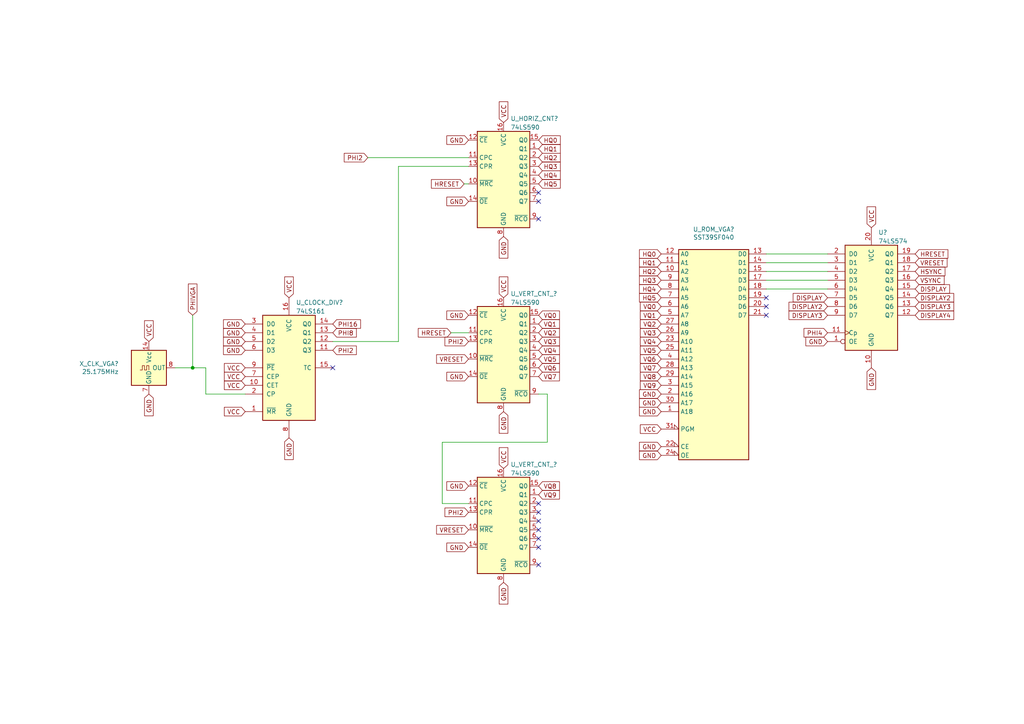
<source format=kicad_sch>
(kicad_sch
	(version 20231120)
	(generator "eeschema")
	(generator_version "8.0")
	(uuid "ba8e7780-d178-4cf3-a3bf-f56155150af4")
	(paper "A4")
	(lib_symbols
		(symbol "74xx:74LS161"
			(pin_names
				(offset 1.016)
			)
			(exclude_from_sim no)
			(in_bom yes)
			(on_board yes)
			(property "Reference" "U"
				(at -7.62 16.51 0)
				(effects
					(font
						(size 1.27 1.27)
					)
				)
			)
			(property "Value" "74LS161"
				(at -7.62 -16.51 0)
				(effects
					(font
						(size 1.27 1.27)
					)
				)
			)
			(property "Footprint" ""
				(at 0 0 0)
				(effects
					(font
						(size 1.27 1.27)
					)
					(hide yes)
				)
			)
			(property "Datasheet" "http://www.ti.com/lit/gpn/sn74LS161"
				(at 0 0 0)
				(effects
					(font
						(size 1.27 1.27)
					)
					(hide yes)
				)
			)
			(property "Description" "Synchronous 4-bit programmable binary Counter"
				(at 0 0 0)
				(effects
					(font
						(size 1.27 1.27)
					)
					(hide yes)
				)
			)
			(property "ki_locked" ""
				(at 0 0 0)
				(effects
					(font
						(size 1.27 1.27)
					)
				)
			)
			(property "ki_keywords" "TTL CNT CNT4"
				(at 0 0 0)
				(effects
					(font
						(size 1.27 1.27)
					)
					(hide yes)
				)
			)
			(property "ki_fp_filters" "DIP?16*"
				(at 0 0 0)
				(effects
					(font
						(size 1.27 1.27)
					)
					(hide yes)
				)
			)
			(symbol "74LS161_1_0"
				(pin input line
					(at -12.7 -12.7 0)
					(length 5.08)
					(name "~{MR}"
						(effects
							(font
								(size 1.27 1.27)
							)
						)
					)
					(number "1"
						(effects
							(font
								(size 1.27 1.27)
							)
						)
					)
				)
				(pin input line
					(at -12.7 -5.08 0)
					(length 5.08)
					(name "CET"
						(effects
							(font
								(size 1.27 1.27)
							)
						)
					)
					(number "10"
						(effects
							(font
								(size 1.27 1.27)
							)
						)
					)
				)
				(pin output line
					(at 12.7 5.08 180)
					(length 5.08)
					(name "Q3"
						(effects
							(font
								(size 1.27 1.27)
							)
						)
					)
					(number "11"
						(effects
							(font
								(size 1.27 1.27)
							)
						)
					)
				)
				(pin output line
					(at 12.7 7.62 180)
					(length 5.08)
					(name "Q2"
						(effects
							(font
								(size 1.27 1.27)
							)
						)
					)
					(number "12"
						(effects
							(font
								(size 1.27 1.27)
							)
						)
					)
				)
				(pin output line
					(at 12.7 10.16 180)
					(length 5.08)
					(name "Q1"
						(effects
							(font
								(size 1.27 1.27)
							)
						)
					)
					(number "13"
						(effects
							(font
								(size 1.27 1.27)
							)
						)
					)
				)
				(pin output line
					(at 12.7 12.7 180)
					(length 5.08)
					(name "Q0"
						(effects
							(font
								(size 1.27 1.27)
							)
						)
					)
					(number "14"
						(effects
							(font
								(size 1.27 1.27)
							)
						)
					)
				)
				(pin output line
					(at 12.7 0 180)
					(length 5.08)
					(name "TC"
						(effects
							(font
								(size 1.27 1.27)
							)
						)
					)
					(number "15"
						(effects
							(font
								(size 1.27 1.27)
							)
						)
					)
				)
				(pin power_in line
					(at 0 20.32 270)
					(length 5.08)
					(name "VCC"
						(effects
							(font
								(size 1.27 1.27)
							)
						)
					)
					(number "16"
						(effects
							(font
								(size 1.27 1.27)
							)
						)
					)
				)
				(pin input line
					(at -12.7 -7.62 0)
					(length 5.08)
					(name "CP"
						(effects
							(font
								(size 1.27 1.27)
							)
						)
					)
					(number "2"
						(effects
							(font
								(size 1.27 1.27)
							)
						)
					)
				)
				(pin input line
					(at -12.7 12.7 0)
					(length 5.08)
					(name "D0"
						(effects
							(font
								(size 1.27 1.27)
							)
						)
					)
					(number "3"
						(effects
							(font
								(size 1.27 1.27)
							)
						)
					)
				)
				(pin input line
					(at -12.7 10.16 0)
					(length 5.08)
					(name "D1"
						(effects
							(font
								(size 1.27 1.27)
							)
						)
					)
					(number "4"
						(effects
							(font
								(size 1.27 1.27)
							)
						)
					)
				)
				(pin input line
					(at -12.7 7.62 0)
					(length 5.08)
					(name "D2"
						(effects
							(font
								(size 1.27 1.27)
							)
						)
					)
					(number "5"
						(effects
							(font
								(size 1.27 1.27)
							)
						)
					)
				)
				(pin input line
					(at -12.7 5.08 0)
					(length 5.08)
					(name "D3"
						(effects
							(font
								(size 1.27 1.27)
							)
						)
					)
					(number "6"
						(effects
							(font
								(size 1.27 1.27)
							)
						)
					)
				)
				(pin input line
					(at -12.7 -2.54 0)
					(length 5.08)
					(name "CEP"
						(effects
							(font
								(size 1.27 1.27)
							)
						)
					)
					(number "7"
						(effects
							(font
								(size 1.27 1.27)
							)
						)
					)
				)
				(pin power_in line
					(at 0 -20.32 90)
					(length 5.08)
					(name "GND"
						(effects
							(font
								(size 1.27 1.27)
							)
						)
					)
					(number "8"
						(effects
							(font
								(size 1.27 1.27)
							)
						)
					)
				)
				(pin input line
					(at -12.7 0 0)
					(length 5.08)
					(name "~{PE}"
						(effects
							(font
								(size 1.27 1.27)
							)
						)
					)
					(number "9"
						(effects
							(font
								(size 1.27 1.27)
							)
						)
					)
				)
			)
			(symbol "74LS161_1_1"
				(rectangle
					(start -7.62 15.24)
					(end 7.62 -15.24)
					(stroke
						(width 0.254)
						(type default)
					)
					(fill
						(type background)
					)
				)
			)
		)
		(symbol "74xx:74LS574"
			(pin_names
				(offset 1.016)
			)
			(exclude_from_sim no)
			(in_bom yes)
			(on_board yes)
			(property "Reference" "U"
				(at -7.62 16.51 0)
				(effects
					(font
						(size 1.27 1.27)
					)
				)
			)
			(property "Value" "74LS574"
				(at -7.62 -16.51 0)
				(effects
					(font
						(size 1.27 1.27)
					)
				)
			)
			(property "Footprint" ""
				(at 0 0 0)
				(effects
					(font
						(size 1.27 1.27)
					)
					(hide yes)
				)
			)
			(property "Datasheet" "http://www.ti.com/lit/gpn/sn74LS574"
				(at 0 0 0)
				(effects
					(font
						(size 1.27 1.27)
					)
					(hide yes)
				)
			)
			(property "Description" "8-bit Register, 3-state outputs"
				(at 0 0 0)
				(effects
					(font
						(size 1.27 1.27)
					)
					(hide yes)
				)
			)
			(property "ki_locked" ""
				(at 0 0 0)
				(effects
					(font
						(size 1.27 1.27)
					)
				)
			)
			(property "ki_keywords" "TTL REG DFF DFF8 3State"
				(at 0 0 0)
				(effects
					(font
						(size 1.27 1.27)
					)
					(hide yes)
				)
			)
			(property "ki_fp_filters" "DIP?20*"
				(at 0 0 0)
				(effects
					(font
						(size 1.27 1.27)
					)
					(hide yes)
				)
			)
			(symbol "74LS574_1_0"
				(pin input inverted
					(at -12.7 -12.7 0)
					(length 5.08)
					(name "OE"
						(effects
							(font
								(size 1.27 1.27)
							)
						)
					)
					(number "1"
						(effects
							(font
								(size 1.27 1.27)
							)
						)
					)
				)
				(pin power_in line
					(at 0 -20.32 90)
					(length 5.08)
					(name "GND"
						(effects
							(font
								(size 1.27 1.27)
							)
						)
					)
					(number "10"
						(effects
							(font
								(size 1.27 1.27)
							)
						)
					)
				)
				(pin input clock
					(at -12.7 -10.16 0)
					(length 5.08)
					(name "Cp"
						(effects
							(font
								(size 1.27 1.27)
							)
						)
					)
					(number "11"
						(effects
							(font
								(size 1.27 1.27)
							)
						)
					)
				)
				(pin tri_state line
					(at 12.7 -5.08 180)
					(length 5.08)
					(name "Q7"
						(effects
							(font
								(size 1.27 1.27)
							)
						)
					)
					(number "12"
						(effects
							(font
								(size 1.27 1.27)
							)
						)
					)
				)
				(pin tri_state line
					(at 12.7 -2.54 180)
					(length 5.08)
					(name "Q6"
						(effects
							(font
								(size 1.27 1.27)
							)
						)
					)
					(number "13"
						(effects
							(font
								(size 1.27 1.27)
							)
						)
					)
				)
				(pin tri_state line
					(at 12.7 0 180)
					(length 5.08)
					(name "Q5"
						(effects
							(font
								(size 1.27 1.27)
							)
						)
					)
					(number "14"
						(effects
							(font
								(size 1.27 1.27)
							)
						)
					)
				)
				(pin tri_state line
					(at 12.7 2.54 180)
					(length 5.08)
					(name "Q4"
						(effects
							(font
								(size 1.27 1.27)
							)
						)
					)
					(number "15"
						(effects
							(font
								(size 1.27 1.27)
							)
						)
					)
				)
				(pin tri_state line
					(at 12.7 5.08 180)
					(length 5.08)
					(name "Q3"
						(effects
							(font
								(size 1.27 1.27)
							)
						)
					)
					(number "16"
						(effects
							(font
								(size 1.27 1.27)
							)
						)
					)
				)
				(pin tri_state line
					(at 12.7 7.62 180)
					(length 5.08)
					(name "Q2"
						(effects
							(font
								(size 1.27 1.27)
							)
						)
					)
					(number "17"
						(effects
							(font
								(size 1.27 1.27)
							)
						)
					)
				)
				(pin tri_state line
					(at 12.7 10.16 180)
					(length 5.08)
					(name "Q1"
						(effects
							(font
								(size 1.27 1.27)
							)
						)
					)
					(number "18"
						(effects
							(font
								(size 1.27 1.27)
							)
						)
					)
				)
				(pin tri_state line
					(at 12.7 12.7 180)
					(length 5.08)
					(name "Q0"
						(effects
							(font
								(size 1.27 1.27)
							)
						)
					)
					(number "19"
						(effects
							(font
								(size 1.27 1.27)
							)
						)
					)
				)
				(pin input line
					(at -12.7 12.7 0)
					(length 5.08)
					(name "D0"
						(effects
							(font
								(size 1.27 1.27)
							)
						)
					)
					(number "2"
						(effects
							(font
								(size 1.27 1.27)
							)
						)
					)
				)
				(pin power_in line
					(at 0 20.32 270)
					(length 5.08)
					(name "VCC"
						(effects
							(font
								(size 1.27 1.27)
							)
						)
					)
					(number "20"
						(effects
							(font
								(size 1.27 1.27)
							)
						)
					)
				)
				(pin input line
					(at -12.7 10.16 0)
					(length 5.08)
					(name "D1"
						(effects
							(font
								(size 1.27 1.27)
							)
						)
					)
					(number "3"
						(effects
							(font
								(size 1.27 1.27)
							)
						)
					)
				)
				(pin input line
					(at -12.7 7.62 0)
					(length 5.08)
					(name "D2"
						(effects
							(font
								(size 1.27 1.27)
							)
						)
					)
					(number "4"
						(effects
							(font
								(size 1.27 1.27)
							)
						)
					)
				)
				(pin input line
					(at -12.7 5.08 0)
					(length 5.08)
					(name "D3"
						(effects
							(font
								(size 1.27 1.27)
							)
						)
					)
					(number "5"
						(effects
							(font
								(size 1.27 1.27)
							)
						)
					)
				)
				(pin input line
					(at -12.7 2.54 0)
					(length 5.08)
					(name "D4"
						(effects
							(font
								(size 1.27 1.27)
							)
						)
					)
					(number "6"
						(effects
							(font
								(size 1.27 1.27)
							)
						)
					)
				)
				(pin input line
					(at -12.7 0 0)
					(length 5.08)
					(name "D5"
						(effects
							(font
								(size 1.27 1.27)
							)
						)
					)
					(number "7"
						(effects
							(font
								(size 1.27 1.27)
							)
						)
					)
				)
				(pin input line
					(at -12.7 -2.54 0)
					(length 5.08)
					(name "D6"
						(effects
							(font
								(size 1.27 1.27)
							)
						)
					)
					(number "8"
						(effects
							(font
								(size 1.27 1.27)
							)
						)
					)
				)
				(pin input line
					(at -12.7 -5.08 0)
					(length 5.08)
					(name "D7"
						(effects
							(font
								(size 1.27 1.27)
							)
						)
					)
					(number "9"
						(effects
							(font
								(size 1.27 1.27)
							)
						)
					)
				)
			)
			(symbol "74LS574_1_1"
				(rectangle
					(start -7.62 15.24)
					(end 7.62 -15.24)
					(stroke
						(width 0.254)
						(type default)
					)
					(fill
						(type background)
					)
				)
			)
		)
		(symbol "74xx:74LS590"
			(exclude_from_sim no)
			(in_bom yes)
			(on_board yes)
			(property "Reference" "U"
				(at -7.62 16.51 0)
				(effects
					(font
						(size 1.27 1.27)
					)
				)
			)
			(property "Value" "74LS590"
				(at -7.62 -13.97 0)
				(effects
					(font
						(size 1.27 1.27)
					)
				)
			)
			(property "Footprint" ""
				(at 0 1.27 0)
				(effects
					(font
						(size 1.27 1.27)
					)
					(hide yes)
				)
			)
			(property "Datasheet" "http://www.ti.com/lit/gpn/sn74ls590"
				(at 0 1.27 0)
				(effects
					(font
						(size 1.27 1.27)
					)
					(hide yes)
				)
			)
			(property "Description" "8-bit Binary Counter with Output Register 3-State Outputs, DIP-16/SOIC-16/SOIC-16W"
				(at 0 0 0)
				(effects
					(font
						(size 1.27 1.27)
					)
					(hide yes)
				)
			)
			(property "ki_keywords" "TTL Counter 3State"
				(at 0 0 0)
				(effects
					(font
						(size 1.27 1.27)
					)
					(hide yes)
				)
			)
			(property "ki_fp_filters" "DIP*W7.62mm* SOIC*3.9x9.9mm*P1.27mm* TSSOP*4.4x5mm*P0.65mm* SOIC*5.3x10.2mm*P1.27mm* SOIC*7.5x10.3mm*P1.27mm*"
				(at 0 0 0)
				(effects
					(font
						(size 1.27 1.27)
					)
					(hide yes)
				)
			)
			(symbol "74LS590_1_0"
				(pin tri_state line
					(at 10.16 10.16 180)
					(length 2.54)
					(name "Q1"
						(effects
							(font
								(size 1.27 1.27)
							)
						)
					)
					(number "1"
						(effects
							(font
								(size 1.27 1.27)
							)
						)
					)
				)
				(pin input line
					(at -10.16 0 0)
					(length 2.54)
					(name "~{MRC}"
						(effects
							(font
								(size 1.27 1.27)
							)
						)
					)
					(number "10"
						(effects
							(font
								(size 1.27 1.27)
							)
						)
					)
				)
				(pin input line
					(at -10.16 7.62 0)
					(length 2.54)
					(name "CPC"
						(effects
							(font
								(size 1.27 1.27)
							)
						)
					)
					(number "11"
						(effects
							(font
								(size 1.27 1.27)
							)
						)
					)
				)
				(pin input line
					(at -10.16 12.7 0)
					(length 2.54)
					(name "~{CE}"
						(effects
							(font
								(size 1.27 1.27)
							)
						)
					)
					(number "12"
						(effects
							(font
								(size 1.27 1.27)
							)
						)
					)
				)
				(pin input line
					(at -10.16 5.08 0)
					(length 2.54)
					(name "CPR"
						(effects
							(font
								(size 1.27 1.27)
							)
						)
					)
					(number "13"
						(effects
							(font
								(size 1.27 1.27)
							)
						)
					)
				)
				(pin input line
					(at -10.16 -5.08 0)
					(length 2.54)
					(name "~{OE}"
						(effects
							(font
								(size 1.27 1.27)
							)
						)
					)
					(number "14"
						(effects
							(font
								(size 1.27 1.27)
							)
						)
					)
				)
				(pin tri_state line
					(at 10.16 12.7 180)
					(length 2.54)
					(name "Q0"
						(effects
							(font
								(size 1.27 1.27)
							)
						)
					)
					(number "15"
						(effects
							(font
								(size 1.27 1.27)
							)
						)
					)
				)
				(pin power_in line
					(at 0 17.78 270)
					(length 2.54)
					(name "VCC"
						(effects
							(font
								(size 1.27 1.27)
							)
						)
					)
					(number "16"
						(effects
							(font
								(size 1.27 1.27)
							)
						)
					)
				)
				(pin tri_state line
					(at 10.16 7.62 180)
					(length 2.54)
					(name "Q2"
						(effects
							(font
								(size 1.27 1.27)
							)
						)
					)
					(number "2"
						(effects
							(font
								(size 1.27 1.27)
							)
						)
					)
				)
				(pin tri_state line
					(at 10.16 5.08 180)
					(length 2.54)
					(name "Q3"
						(effects
							(font
								(size 1.27 1.27)
							)
						)
					)
					(number "3"
						(effects
							(font
								(size 1.27 1.27)
							)
						)
					)
				)
				(pin tri_state line
					(at 10.16 2.54 180)
					(length 2.54)
					(name "Q4"
						(effects
							(font
								(size 1.27 1.27)
							)
						)
					)
					(number "4"
						(effects
							(font
								(size 1.27 1.27)
							)
						)
					)
				)
				(pin tri_state line
					(at 10.16 0 180)
					(length 2.54)
					(name "Q5"
						(effects
							(font
								(size 1.27 1.27)
							)
						)
					)
					(number "5"
						(effects
							(font
								(size 1.27 1.27)
							)
						)
					)
				)
				(pin tri_state line
					(at 10.16 -2.54 180)
					(length 2.54)
					(name "Q6"
						(effects
							(font
								(size 1.27 1.27)
							)
						)
					)
					(number "6"
						(effects
							(font
								(size 1.27 1.27)
							)
						)
					)
				)
				(pin tri_state line
					(at 10.16 -5.08 180)
					(length 2.54)
					(name "Q7"
						(effects
							(font
								(size 1.27 1.27)
							)
						)
					)
					(number "7"
						(effects
							(font
								(size 1.27 1.27)
							)
						)
					)
				)
				(pin power_in line
					(at 0 -15.24 90)
					(length 2.54)
					(name "GND"
						(effects
							(font
								(size 1.27 1.27)
							)
						)
					)
					(number "8"
						(effects
							(font
								(size 1.27 1.27)
							)
						)
					)
				)
				(pin output line
					(at 10.16 -10.16 180)
					(length 2.54)
					(name "~{RCO}"
						(effects
							(font
								(size 1.27 1.27)
							)
						)
					)
					(number "9"
						(effects
							(font
								(size 1.27 1.27)
							)
						)
					)
				)
			)
			(symbol "74LS590_1_1"
				(rectangle
					(start -7.62 15.24)
					(end 7.62 -12.7)
					(stroke
						(width 0.254)
						(type default)
					)
					(fill
						(type background)
					)
				)
			)
		)
		(symbol "Memory_Flash:SST39SF040"
			(exclude_from_sim no)
			(in_bom yes)
			(on_board yes)
			(property "Reference" "U"
				(at 2.54 33.02 0)
				(effects
					(font
						(size 1.27 1.27)
					)
				)
			)
			(property "Value" "SST39SF040"
				(at 0 -30.48 0)
				(effects
					(font
						(size 1.27 1.27)
					)
				)
			)
			(property "Footprint" ""
				(at 0 7.62 0)
				(effects
					(font
						(size 1.27 1.27)
					)
					(hide yes)
				)
			)
			(property "Datasheet" "http://ww1.microchip.com/downloads/en/DeviceDoc/25022B.pdf"
				(at 0 7.62 0)
				(effects
					(font
						(size 1.27 1.27)
					)
					(hide yes)
				)
			)
			(property "Description" "Silicon Storage Technology (SSF) 512k x 8 Flash ROM"
				(at 0 0 0)
				(effects
					(font
						(size 1.27 1.27)
					)
					(hide yes)
				)
			)
			(property "ki_keywords" "512k flash rom"
				(at 0 0 0)
				(effects
					(font
						(size 1.27 1.27)
					)
					(hide yes)
				)
			)
			(symbol "SST39SF040_0_0"
				(pin power_in line
					(at 0 -30.48 90)
					(length 1.27) hide
					(name "GND"
						(effects
							(font
								(size 1.27 1.27)
							)
						)
					)
					(number "16"
						(effects
							(font
								(size 1.27 1.27)
							)
						)
					)
				)
				(pin power_in line
					(at 0 33.02 270)
					(length 1.27) hide
					(name "VCC"
						(effects
							(font
								(size 1.27 1.27)
							)
						)
					)
					(number "32"
						(effects
							(font
								(size 1.27 1.27)
							)
						)
					)
				)
			)
			(symbol "SST39SF040_0_1"
				(rectangle
					(start -10.16 31.75)
					(end 10.16 -29.21)
					(stroke
						(width 0.254)
						(type default)
					)
					(fill
						(type background)
					)
				)
			)
			(symbol "SST39SF040_1_1"
				(pin input line
					(at -15.24 -15.24 0)
					(length 5.08)
					(name "A18"
						(effects
							(font
								(size 1.27 1.27)
							)
						)
					)
					(number "1"
						(effects
							(font
								(size 1.27 1.27)
							)
						)
					)
				)
				(pin input line
					(at -15.24 25.4 0)
					(length 5.08)
					(name "A2"
						(effects
							(font
								(size 1.27 1.27)
							)
						)
					)
					(number "10"
						(effects
							(font
								(size 1.27 1.27)
							)
						)
					)
				)
				(pin input line
					(at -15.24 27.94 0)
					(length 5.08)
					(name "A1"
						(effects
							(font
								(size 1.27 1.27)
							)
						)
					)
					(number "11"
						(effects
							(font
								(size 1.27 1.27)
							)
						)
					)
				)
				(pin input line
					(at -15.24 30.48 0)
					(length 5.08)
					(name "A0"
						(effects
							(font
								(size 1.27 1.27)
							)
						)
					)
					(number "12"
						(effects
							(font
								(size 1.27 1.27)
							)
						)
					)
				)
				(pin tri_state line
					(at 15.24 30.48 180)
					(length 5.08)
					(name "D0"
						(effects
							(font
								(size 1.27 1.27)
							)
						)
					)
					(number "13"
						(effects
							(font
								(size 1.27 1.27)
							)
						)
					)
				)
				(pin tri_state line
					(at 15.24 27.94 180)
					(length 5.08)
					(name "D1"
						(effects
							(font
								(size 1.27 1.27)
							)
						)
					)
					(number "14"
						(effects
							(font
								(size 1.27 1.27)
							)
						)
					)
				)
				(pin tri_state line
					(at 15.24 25.4 180)
					(length 5.08)
					(name "D2"
						(effects
							(font
								(size 1.27 1.27)
							)
						)
					)
					(number "15"
						(effects
							(font
								(size 1.27 1.27)
							)
						)
					)
				)
				(pin tri_state line
					(at 15.24 22.86 180)
					(length 5.08)
					(name "D3"
						(effects
							(font
								(size 1.27 1.27)
							)
						)
					)
					(number "17"
						(effects
							(font
								(size 1.27 1.27)
							)
						)
					)
				)
				(pin tri_state line
					(at 15.24 20.32 180)
					(length 5.08)
					(name "D4"
						(effects
							(font
								(size 1.27 1.27)
							)
						)
					)
					(number "18"
						(effects
							(font
								(size 1.27 1.27)
							)
						)
					)
				)
				(pin tri_state line
					(at 15.24 17.78 180)
					(length 5.08)
					(name "D5"
						(effects
							(font
								(size 1.27 1.27)
							)
						)
					)
					(number "19"
						(effects
							(font
								(size 1.27 1.27)
							)
						)
					)
				)
				(pin input line
					(at -15.24 -10.16 0)
					(length 5.08)
					(name "A16"
						(effects
							(font
								(size 1.27 1.27)
							)
						)
					)
					(number "2"
						(effects
							(font
								(size 1.27 1.27)
							)
						)
					)
				)
				(pin tri_state line
					(at 15.24 15.24 180)
					(length 5.08)
					(name "D6"
						(effects
							(font
								(size 1.27 1.27)
							)
						)
					)
					(number "20"
						(effects
							(font
								(size 1.27 1.27)
							)
						)
					)
				)
				(pin tri_state line
					(at 15.24 12.7 180)
					(length 5.08)
					(name "D7"
						(effects
							(font
								(size 1.27 1.27)
							)
						)
					)
					(number "21"
						(effects
							(font
								(size 1.27 1.27)
							)
						)
					)
				)
				(pin input input_low
					(at -15.24 -25.4 0)
					(length 5.08)
					(name "CE"
						(effects
							(font
								(size 1.27 1.27)
							)
						)
					)
					(number "22"
						(effects
							(font
								(size 1.27 1.27)
							)
						)
					)
				)
				(pin input line
					(at -15.24 5.08 0)
					(length 5.08)
					(name "A10"
						(effects
							(font
								(size 1.27 1.27)
							)
						)
					)
					(number "23"
						(effects
							(font
								(size 1.27 1.27)
							)
						)
					)
				)
				(pin input input_low
					(at -15.24 -27.94 0)
					(length 5.08)
					(name "OE"
						(effects
							(font
								(size 1.27 1.27)
							)
						)
					)
					(number "24"
						(effects
							(font
								(size 1.27 1.27)
							)
						)
					)
				)
				(pin input line
					(at -15.24 2.54 0)
					(length 5.08)
					(name "A11"
						(effects
							(font
								(size 1.27 1.27)
							)
						)
					)
					(number "25"
						(effects
							(font
								(size 1.27 1.27)
							)
						)
					)
				)
				(pin input line
					(at -15.24 7.62 0)
					(length 5.08)
					(name "A9"
						(effects
							(font
								(size 1.27 1.27)
							)
						)
					)
					(number "26"
						(effects
							(font
								(size 1.27 1.27)
							)
						)
					)
				)
				(pin input line
					(at -15.24 10.16 0)
					(length 5.08)
					(name "A8"
						(effects
							(font
								(size 1.27 1.27)
							)
						)
					)
					(number "27"
						(effects
							(font
								(size 1.27 1.27)
							)
						)
					)
				)
				(pin input line
					(at -15.24 -2.54 0)
					(length 5.08)
					(name "A13"
						(effects
							(font
								(size 1.27 1.27)
							)
						)
					)
					(number "28"
						(effects
							(font
								(size 1.27 1.27)
							)
						)
					)
				)
				(pin input line
					(at -15.24 -5.08 0)
					(length 5.08)
					(name "A14"
						(effects
							(font
								(size 1.27 1.27)
							)
						)
					)
					(number "29"
						(effects
							(font
								(size 1.27 1.27)
							)
						)
					)
				)
				(pin input line
					(at -15.24 -7.62 0)
					(length 5.08)
					(name "A15"
						(effects
							(font
								(size 1.27 1.27)
							)
						)
					)
					(number "3"
						(effects
							(font
								(size 1.27 1.27)
							)
						)
					)
				)
				(pin input line
					(at -15.24 -12.7 0)
					(length 5.08)
					(name "A17"
						(effects
							(font
								(size 1.27 1.27)
							)
						)
					)
					(number "30"
						(effects
							(font
								(size 1.27 1.27)
							)
						)
					)
				)
				(pin input input_low
					(at -15.24 -20.32 0)
					(length 5.08)
					(name "PGM"
						(effects
							(font
								(size 1.27 1.27)
							)
						)
					)
					(number "31"
						(effects
							(font
								(size 1.27 1.27)
							)
						)
					)
				)
				(pin input line
					(at -15.24 0 0)
					(length 5.08)
					(name "A12"
						(effects
							(font
								(size 1.27 1.27)
							)
						)
					)
					(number "4"
						(effects
							(font
								(size 1.27 1.27)
							)
						)
					)
				)
				(pin input line
					(at -15.24 12.7 0)
					(length 5.08)
					(name "A7"
						(effects
							(font
								(size 1.27 1.27)
							)
						)
					)
					(number "5"
						(effects
							(font
								(size 1.27 1.27)
							)
						)
					)
				)
				(pin input line
					(at -15.24 15.24 0)
					(length 5.08)
					(name "A6"
						(effects
							(font
								(size 1.27 1.27)
							)
						)
					)
					(number "6"
						(effects
							(font
								(size 1.27 1.27)
							)
						)
					)
				)
				(pin input line
					(at -15.24 17.78 0)
					(length 5.08)
					(name "A5"
						(effects
							(font
								(size 1.27 1.27)
							)
						)
					)
					(number "7"
						(effects
							(font
								(size 1.27 1.27)
							)
						)
					)
				)
				(pin input line
					(at -15.24 20.32 0)
					(length 5.08)
					(name "A4"
						(effects
							(font
								(size 1.27 1.27)
							)
						)
					)
					(number "8"
						(effects
							(font
								(size 1.27 1.27)
							)
						)
					)
				)
				(pin input line
					(at -15.24 22.86 0)
					(length 5.08)
					(name "A3"
						(effects
							(font
								(size 1.27 1.27)
							)
						)
					)
					(number "9"
						(effects
							(font
								(size 1.27 1.27)
							)
						)
					)
				)
			)
		)
		(symbol "Oscillator:ACO-xxxMHz"
			(pin_names
				(offset 0.254)
			)
			(exclude_from_sim no)
			(in_bom yes)
			(on_board yes)
			(property "Reference" "X"
				(at -5.08 6.35 0)
				(effects
					(font
						(size 1.27 1.27)
					)
					(justify left)
				)
			)
			(property "Value" "ACO-xxxMHz"
				(at 1.27 -6.35 0)
				(effects
					(font
						(size 1.27 1.27)
					)
					(justify left)
				)
			)
			(property "Footprint" "Oscillator:Oscillator_DIP-14"
				(at 11.43 -8.89 0)
				(effects
					(font
						(size 1.27 1.27)
					)
					(hide yes)
				)
			)
			(property "Datasheet" "http://www.conwin.com/datasheets/cx/cx030.pdf"
				(at -2.54 0 0)
				(effects
					(font
						(size 1.27 1.27)
					)
					(hide yes)
				)
			)
			(property "Description" "HCMOS Crystal Clock Oscillator, DIP14-style metal package"
				(at 0 0 0)
				(effects
					(font
						(size 1.27 1.27)
					)
					(hide yes)
				)
			)
			(property "ki_keywords" "Crystal Clock Oscillator"
				(at 0 0 0)
				(effects
					(font
						(size 1.27 1.27)
					)
					(hide yes)
				)
			)
			(property "ki_fp_filters" "Oscillator*DIP*14*"
				(at 0 0 0)
				(effects
					(font
						(size 1.27 1.27)
					)
					(hide yes)
				)
			)
			(symbol "ACO-xxxMHz_0_1"
				(rectangle
					(start -5.08 5.08)
					(end 5.08 -5.08)
					(stroke
						(width 0.254)
						(type default)
					)
					(fill
						(type background)
					)
				)
				(polyline
					(pts
						(xy -2.54 -0.635) (xy -1.905 -0.635) (xy -1.905 0.635) (xy -1.27 0.635) (xy -1.27 -0.635) (xy -0.635 -0.635)
						(xy -0.635 0.635) (xy 0 0.635) (xy 0 -0.635)
					)
					(stroke
						(width 0)
						(type default)
					)
					(fill
						(type none)
					)
				)
			)
			(symbol "ACO-xxxMHz_1_1"
				(pin no_connect line
					(at -7.62 0 0)
					(length 2.54) hide
					(name "NC"
						(effects
							(font
								(size 1.27 1.27)
							)
						)
					)
					(number "1"
						(effects
							(font
								(size 1.27 1.27)
							)
						)
					)
				)
				(pin power_in line
					(at 0 7.62 270)
					(length 2.54)
					(name "Vcc"
						(effects
							(font
								(size 1.27 1.27)
							)
						)
					)
					(number "14"
						(effects
							(font
								(size 1.27 1.27)
							)
						)
					)
				)
				(pin power_in line
					(at 0 -7.62 90)
					(length 2.54)
					(name "GND"
						(effects
							(font
								(size 1.27 1.27)
							)
						)
					)
					(number "7"
						(effects
							(font
								(size 1.27 1.27)
							)
						)
					)
				)
				(pin output line
					(at 7.62 0 180)
					(length 2.54)
					(name "OUT"
						(effects
							(font
								(size 1.27 1.27)
							)
						)
					)
					(number "8"
						(effects
							(font
								(size 1.27 1.27)
							)
						)
					)
				)
			)
		)
	)
	(junction
		(at 55.88 106.68)
		(diameter 0)
		(color 0 0 0 0)
		(uuid "d7c96077-5f16-47ed-ae13-4a9350fc5208")
	)
	(no_connect
		(at 156.21 58.42)
		(uuid "13302767-bc4e-4977-94ac-2759fc9bdef0")
	)
	(no_connect
		(at 156.21 63.5)
		(uuid "14fb8bc6-1356-4d0d-b91a-1fe9aef43261")
	)
	(no_connect
		(at 156.21 55.88)
		(uuid "389a467e-e4c0-4a62-ba89-4f49a3a80ae8")
	)
	(no_connect
		(at 96.52 106.68)
		(uuid "4361e6f3-d729-49bc-a64c-571f1c6143c6")
	)
	(no_connect
		(at 156.21 151.13)
		(uuid "8ddd671e-1393-413e-a521-884b9c405012")
	)
	(no_connect
		(at 156.21 148.59)
		(uuid "8ddd671e-1393-413e-a521-884b9c405013")
	)
	(no_connect
		(at 156.21 146.05)
		(uuid "8ddd671e-1393-413e-a521-884b9c405014")
	)
	(no_connect
		(at 156.21 163.83)
		(uuid "8ddd671e-1393-413e-a521-884b9c405015")
	)
	(no_connect
		(at 156.21 158.75)
		(uuid "8ddd671e-1393-413e-a521-884b9c405016")
	)
	(no_connect
		(at 156.21 156.21)
		(uuid "8ddd671e-1393-413e-a521-884b9c405017")
	)
	(no_connect
		(at 156.21 153.67)
		(uuid "8ddd671e-1393-413e-a521-884b9c405018")
	)
	(no_connect
		(at 222.25 86.36)
		(uuid "d9ced19a-7cdf-477a-8329-307cd68ebae9")
	)
	(no_connect
		(at 222.25 91.44)
		(uuid "d9ced19a-7cdf-477a-8329-307cd68ebaeb")
	)
	(no_connect
		(at 222.25 88.9)
		(uuid "d9ced19a-7cdf-477a-8329-307cd68ebaec")
	)
	(wire
		(pts
			(xy 128.27 128.27) (xy 128.27 146.05)
		)
		(stroke
			(width 0)
			(type default)
		)
		(uuid "0d42f23c-d3fa-4fe0-9098-9eaef59cc8d2")
	)
	(wire
		(pts
			(xy 158.75 128.27) (xy 128.27 128.27)
		)
		(stroke
			(width 0)
			(type default)
		)
		(uuid "1122f5c3-de68-4020-9269-9b5bd8cc1426")
	)
	(wire
		(pts
			(xy 130.81 96.52) (xy 135.89 96.52)
		)
		(stroke
			(width 0)
			(type default)
		)
		(uuid "1e0d3e56-08ab-4aaa-9b44-07dd2ded9ddc")
	)
	(wire
		(pts
			(xy 240.03 78.74) (xy 222.25 78.74)
		)
		(stroke
			(width 0)
			(type default)
		)
		(uuid "36b26a69-b34e-4b74-9b60-19edd378ed7d")
	)
	(wire
		(pts
			(xy 50.8 106.68) (xy 55.88 106.68)
		)
		(stroke
			(width 0)
			(type default)
		)
		(uuid "3fb4a1c7-65c9-4609-80c5-95c5f764323e")
	)
	(wire
		(pts
			(xy 240.03 73.66) (xy 222.25 73.66)
		)
		(stroke
			(width 0)
			(type default)
		)
		(uuid "5b88b6c9-fc6a-4bf0-b050-4cc7dadacdff")
	)
	(wire
		(pts
			(xy 59.69 114.3) (xy 71.12 114.3)
		)
		(stroke
			(width 0)
			(type default)
		)
		(uuid "646e6558-e8eb-445b-8bb2-85f4d92a57bf")
	)
	(wire
		(pts
			(xy 96.52 99.06) (xy 115.57 99.06)
		)
		(stroke
			(width 0)
			(type default)
		)
		(uuid "6f8e00ab-6b0b-4c74-add6-ea89fee7ae7b")
	)
	(wire
		(pts
			(xy 115.57 48.26) (xy 115.57 99.06)
		)
		(stroke
			(width 0)
			(type default)
		)
		(uuid "7c5464cb-6719-4cb9-b30e-b42563346adf")
	)
	(wire
		(pts
			(xy 106.68 45.72) (xy 135.89 45.72)
		)
		(stroke
			(width 0)
			(type default)
		)
		(uuid "7db44cb5-d607-4567-b652-be5e57e45125")
	)
	(wire
		(pts
			(xy 240.03 76.2) (xy 222.25 76.2)
		)
		(stroke
			(width 0)
			(type default)
		)
		(uuid "80dc106c-b7dc-4689-81b6-1daf8dce89e8")
	)
	(wire
		(pts
			(xy 240.03 83.82) (xy 222.25 83.82)
		)
		(stroke
			(width 0)
			(type default)
		)
		(uuid "a2ad1999-27ef-44a9-af19-c22627f841bd")
	)
	(wire
		(pts
			(xy 59.69 106.68) (xy 59.69 114.3)
		)
		(stroke
			(width 0)
			(type default)
		)
		(uuid "a42978c1-9445-4530-a5f1-e6c0634f8c0e")
	)
	(wire
		(pts
			(xy 134.62 53.34) (xy 135.89 53.34)
		)
		(stroke
			(width 0)
			(type default)
		)
		(uuid "b09f681f-6d7c-4c9b-a94d-ed6a663d2723")
	)
	(wire
		(pts
			(xy 55.88 91.44) (xy 55.88 106.68)
		)
		(stroke
			(width 0)
			(type default)
		)
		(uuid "b6c5186c-8eb0-4955-9951-780258b78ed0")
	)
	(wire
		(pts
			(xy 115.57 48.26) (xy 135.89 48.26)
		)
		(stroke
			(width 0)
			(type default)
		)
		(uuid "c219f86e-e601-449e-a2ba-af2644d05d90")
	)
	(wire
		(pts
			(xy 128.27 146.05) (xy 135.89 146.05)
		)
		(stroke
			(width 0)
			(type default)
		)
		(uuid "d035799f-0d2c-41df-a04c-c0d82b2607e9")
	)
	(wire
		(pts
			(xy 156.21 114.3) (xy 158.75 114.3)
		)
		(stroke
			(width 0)
			(type default)
		)
		(uuid "e2e74d4e-141c-4d3f-9f04-bced106de9ea")
	)
	(wire
		(pts
			(xy 55.88 106.68) (xy 59.69 106.68)
		)
		(stroke
			(width 0)
			(type default)
		)
		(uuid "ec751e2a-6028-4402-ad66-29146c9fcc29")
	)
	(wire
		(pts
			(xy 158.75 114.3) (xy 158.75 128.27)
		)
		(stroke
			(width 0)
			(type default)
		)
		(uuid "f1c1b3e4-c5c8-4869-939b-58abea3dc399")
	)
	(wire
		(pts
			(xy 240.03 81.28) (xy 222.25 81.28)
		)
		(stroke
			(width 0)
			(type default)
		)
		(uuid "f9637e57-d83f-4b4c-a423-daa0b35c012b")
	)
	(global_label "VCC"
		(shape input)
		(at 83.82 86.36 90)
		(fields_autoplaced yes)
		(effects
			(font
				(size 1.27 1.27)
			)
			(justify left)
		)
		(uuid "02dca5d1-fef8-4360-aa6f-3e450cfb42ad")
		(property "Intersheetrefs" "${INTERSHEET_REFS}"
			(at 83.7406 80.3183 90)
			(effects
				(font
					(size 1.27 1.27)
				)
				(justify left)
				(hide yes)
			)
		)
	)
	(global_label "DISPLAY2"
		(shape input)
		(at 240.03 88.9 180)
		(fields_autoplaced yes)
		(effects
			(font
				(size 1.27 1.27)
			)
			(justify right)
		)
		(uuid "041a335e-e8b3-4902-b59b-638b46328d49")
		(property "Intersheetrefs" "${INTERSHEET_REFS}"
			(at 228.8479 88.9794 0)
			(effects
				(font
					(size 1.27 1.27)
				)
				(justify right)
				(hide yes)
			)
		)
	)
	(global_label "DISPLAY"
		(shape input)
		(at 265.43 83.82 0)
		(fields_autoplaced yes)
		(effects
			(font
				(size 1.27 1.27)
			)
			(justify left)
		)
		(uuid "0659ab1d-a353-4470-8442-2aa68342740b")
		(property "Intersheetrefs" "${INTERSHEET_REFS}"
			(at 275.4026 83.7406 0)
			(effects
				(font
					(size 1.27 1.27)
				)
				(justify left)
				(hide yes)
			)
		)
	)
	(global_label "VCC"
		(shape input)
		(at 71.12 106.68 180)
		(fields_autoplaced yes)
		(effects
			(font
				(size 1.27 1.27)
			)
			(justify right)
		)
		(uuid "0b378648-bad0-4714-b192-2213ce782076")
		(property "Intersheetrefs" "${INTERSHEET_REFS}"
			(at 65.0783 106.7594 0)
			(effects
				(font
					(size 1.27 1.27)
				)
				(justify right)
				(hide yes)
			)
		)
	)
	(global_label "GND"
		(shape input)
		(at 71.12 96.52 180)
		(fields_autoplaced yes)
		(effects
			(font
				(size 1.27 1.27)
			)
			(justify right)
		)
		(uuid "0d2bd113-c193-439e-9b39-dc9aae35aaff")
		(property "Intersheetrefs" "${INTERSHEET_REFS}"
			(at 64.8364 96.4406 0)
			(effects
				(font
					(size 1.27 1.27)
				)
				(justify right)
				(hide yes)
			)
		)
	)
	(global_label "PHI4"
		(shape input)
		(at 240.03 96.52 180)
		(fields_autoplaced yes)
		(effects
			(font
				(size 1.27 1.27)
			)
			(justify right)
		)
		(uuid "0eca2517-4931-4b5e-92cd-b66699a17e0c")
		(property "Intersheetrefs" "${INTERSHEET_REFS}"
			(at 233.2021 96.4406 0)
			(effects
				(font
					(size 1.27 1.27)
				)
				(justify right)
				(hide yes)
			)
		)
	)
	(global_label "DISPLAY3"
		(shape input)
		(at 265.43 88.9 0)
		(fields_autoplaced yes)
		(effects
			(font
				(size 1.27 1.27)
			)
			(justify left)
		)
		(uuid "12c3fdc2-af53-4caf-ae35-5c1ee9cdef91")
		(property "Intersheetrefs" "${INTERSHEET_REFS}"
			(at 276.6121 88.8206 0)
			(effects
				(font
					(size 1.27 1.27)
				)
				(justify left)
				(hide yes)
			)
		)
	)
	(global_label "HQ4"
		(shape input)
		(at 191.77 83.82 180)
		(fields_autoplaced yes)
		(effects
			(font
				(size 1.27 1.27)
			)
			(justify right)
		)
		(uuid "1752da06-ca61-43ed-b6a0-78f8cba34082")
		(property "Intersheetrefs" "${INTERSHEET_REFS}"
			(at 185.4864 83.8994 0)
			(effects
				(font
					(size 1.27 1.27)
				)
				(justify right)
				(hide yes)
			)
		)
	)
	(global_label "VQ3"
		(shape input)
		(at 191.77 96.52 180)
		(fields_autoplaced yes)
		(effects
			(font
				(size 1.27 1.27)
			)
			(justify right)
		)
		(uuid "1ac75db0-c8ea-48fa-b12a-6bac8edb3b08")
		(property "Intersheetrefs" "${INTERSHEET_REFS}"
			(at 185.7283 96.4406 0)
			(effects
				(font
					(size 1.27 1.27)
				)
				(justify right)
				(hide yes)
			)
		)
	)
	(global_label "VQ9"
		(shape input)
		(at 156.21 143.51 0)
		(fields_autoplaced yes)
		(effects
			(font
				(size 1.27 1.27)
			)
			(justify left)
		)
		(uuid "21ad0c95-480e-4ae1-a23d-87e2986aaa97")
		(property "Intersheetrefs" "${INTERSHEET_REFS}"
			(at 162.2517 143.4306 0)
			(effects
				(font
					(size 1.27 1.27)
				)
				(justify left)
				(hide yes)
			)
		)
	)
	(global_label "VCC"
		(shape input)
		(at 71.12 119.38 180)
		(fields_autoplaced yes)
		(effects
			(font
				(size 1.27 1.27)
			)
			(justify right)
		)
		(uuid "2af324bd-a2dc-411e-bbbb-483a4bdd6925")
		(property "Intersheetrefs" "${INTERSHEET_REFS}"
			(at 65.0783 119.4594 0)
			(effects
				(font
					(size 1.27 1.27)
				)
				(justify right)
				(hide yes)
			)
		)
	)
	(global_label "GND"
		(shape input)
		(at 71.12 101.6 180)
		(fields_autoplaced yes)
		(effects
			(font
				(size 1.27 1.27)
			)
			(justify right)
		)
		(uuid "31651989-8434-419d-ab3b-ecb2fd22a9aa")
		(property "Intersheetrefs" "${INTERSHEET_REFS}"
			(at 64.8364 101.5206 0)
			(effects
				(font
					(size 1.27 1.27)
				)
				(justify right)
				(hide yes)
			)
		)
	)
	(global_label "VQ9"
		(shape input)
		(at 191.77 111.76 180)
		(fields_autoplaced yes)
		(effects
			(font
				(size 1.27 1.27)
			)
			(justify right)
		)
		(uuid "385df7df-5595-46f4-8671-1de2220fdf1e")
		(property "Intersheetrefs" "${INTERSHEET_REFS}"
			(at 185.7283 111.6806 0)
			(effects
				(font
					(size 1.27 1.27)
				)
				(justify right)
				(hide yes)
			)
		)
	)
	(global_label "GND"
		(shape input)
		(at 71.12 93.98 180)
		(fields_autoplaced yes)
		(effects
			(font
				(size 1.27 1.27)
			)
			(justify right)
		)
		(uuid "3a30273d-b717-4811-bcbb-bfccf4e37d5d")
		(property "Intersheetrefs" "${INTERSHEET_REFS}"
			(at 64.8364 93.9006 0)
			(effects
				(font
					(size 1.27 1.27)
				)
				(justify right)
				(hide yes)
			)
		)
	)
	(global_label "HRESET"
		(shape input)
		(at 130.81 96.52 180)
		(fields_autoplaced yes)
		(effects
			(font
				(size 1.27 1.27)
			)
			(justify right)
		)
		(uuid "3a652bc8-013a-42da-8095-2f64533f3b8f")
		(property "Intersheetrefs" "${INTERSHEET_REFS}"
			(at 121.3212 96.4406 0)
			(effects
				(font
					(size 1.27 1.27)
				)
				(justify right)
				(hide yes)
			)
		)
	)
	(global_label "VQ8"
		(shape input)
		(at 156.21 140.97 0)
		(fields_autoplaced yes)
		(effects
			(font
				(size 1.27 1.27)
			)
			(justify left)
		)
		(uuid "3bef82cc-c81a-44d1-bbfa-0c5228084ac1")
		(property "Intersheetrefs" "${INTERSHEET_REFS}"
			(at 162.2517 140.8906 0)
			(effects
				(font
					(size 1.27 1.27)
				)
				(justify left)
				(hide yes)
			)
		)
	)
	(global_label "PHI2"
		(shape input)
		(at 96.52 101.6 0)
		(fields_autoplaced yes)
		(effects
			(font
				(size 1.27 1.27)
			)
			(justify left)
		)
		(uuid "40afbda6-6cf6-49a9-ada0-dae581e18245")
		(property "Intersheetrefs" "${INTERSHEET_REFS}"
			(at 103.3479 101.5206 0)
			(effects
				(font
					(size 1.27 1.27)
				)
				(justify left)
				(hide yes)
			)
		)
	)
	(global_label "HQ2"
		(shape input)
		(at 191.77 78.74 180)
		(fields_autoplaced yes)
		(effects
			(font
				(size 1.27 1.27)
			)
			(justify right)
		)
		(uuid "457799b7-f935-49e1-a41a-bb506d732ff8")
		(property "Intersheetrefs" "${INTERSHEET_REFS}"
			(at 185.4864 78.8194 0)
			(effects
				(font
					(size 1.27 1.27)
				)
				(justify right)
				(hide yes)
			)
		)
	)
	(global_label "VCC"
		(shape input)
		(at 43.18 99.06 90)
		(fields_autoplaced yes)
		(effects
			(font
				(size 1.27 1.27)
			)
			(justify left)
		)
		(uuid "4669c146-5f21-46ce-b263-c1ba8bf246b0")
		(property "Intersheetrefs" "${INTERSHEET_REFS}"
			(at 43.1006 93.0183 90)
			(effects
				(font
					(size 1.27 1.27)
				)
				(justify left)
				(hide yes)
			)
		)
	)
	(global_label "HQ5"
		(shape input)
		(at 156.21 53.34 0)
		(fields_autoplaced yes)
		(effects
			(font
				(size 1.27 1.27)
			)
			(justify left)
		)
		(uuid "48763f82-ff89-469d-a602-31fdb63c4e86")
		(property "Intersheetrefs" "${INTERSHEET_REFS}"
			(at 162.4936 53.2606 0)
			(effects
				(font
					(size 1.27 1.27)
				)
				(justify left)
				(hide yes)
			)
		)
	)
	(global_label "VQ7"
		(shape input)
		(at 191.77 106.68 180)
		(fields_autoplaced yes)
		(effects
			(font
				(size 1.27 1.27)
			)
			(justify right)
		)
		(uuid "4fd82b7c-c427-47aa-b046-8afe8180c2ea")
		(property "Intersheetrefs" "${INTERSHEET_REFS}"
			(at 185.7283 106.6006 0)
			(effects
				(font
					(size 1.27 1.27)
				)
				(justify right)
				(hide yes)
			)
		)
	)
	(global_label "VQ6"
		(shape input)
		(at 191.77 104.14 180)
		(fields_autoplaced yes)
		(effects
			(font
				(size 1.27 1.27)
			)
			(justify right)
		)
		(uuid "52afdb4b-42cc-4670-b77e-18a3bc511d59")
		(property "Intersheetrefs" "${INTERSHEET_REFS}"
			(at 185.7283 104.0606 0)
			(effects
				(font
					(size 1.27 1.27)
				)
				(justify right)
				(hide yes)
			)
		)
	)
	(global_label "GND"
		(shape input)
		(at 146.05 68.58 270)
		(fields_autoplaced yes)
		(effects
			(font
				(size 1.27 1.27)
			)
			(justify right)
		)
		(uuid "531321d6-cd69-47f6-b05d-418af7146ff4")
		(property "Intersheetrefs" "${INTERSHEET_REFS}"
			(at 145.9706 74.8636 90)
			(effects
				(font
					(size 1.27 1.27)
				)
				(justify right)
				(hide yes)
			)
		)
	)
	(global_label "HSYNC"
		(shape input)
		(at 265.43 78.74 0)
		(fields_autoplaced yes)
		(effects
			(font
				(size 1.27 1.27)
			)
			(justify left)
		)
		(uuid "54df0c88-8cfb-4b27-a1e9-129e2b99b13e")
		(property "Intersheetrefs" "${INTERSHEET_REFS}"
			(at 274.0721 78.6606 0)
			(effects
				(font
					(size 1.27 1.27)
				)
				(justify left)
				(hide yes)
			)
		)
	)
	(global_label "VQ7"
		(shape input)
		(at 156.21 109.22 0)
		(fields_autoplaced yes)
		(effects
			(font
				(size 1.27 1.27)
			)
			(justify left)
		)
		(uuid "62fbcfb4-a6ae-4de0-a2c7-ab825a63d179")
		(property "Intersheetrefs" "${INTERSHEET_REFS}"
			(at 162.2517 109.1406 0)
			(effects
				(font
					(size 1.27 1.27)
				)
				(justify left)
				(hide yes)
			)
		)
	)
	(global_label "GND"
		(shape input)
		(at 71.12 99.06 180)
		(fields_autoplaced yes)
		(effects
			(font
				(size 1.27 1.27)
			)
			(justify right)
		)
		(uuid "63904752-90c0-4c99-8036-9dc94b2128c3")
		(property "Intersheetrefs" "${INTERSHEET_REFS}"
			(at 64.8364 98.9806 0)
			(effects
				(font
					(size 1.27 1.27)
				)
				(justify right)
				(hide yes)
			)
		)
	)
	(global_label "VQ4"
		(shape input)
		(at 156.21 101.6 0)
		(fields_autoplaced yes)
		(effects
			(font
				(size 1.27 1.27)
			)
			(justify left)
		)
		(uuid "6401c62d-1bd9-4031-b258-80af5ab03648")
		(property "Intersheetrefs" "${INTERSHEET_REFS}"
			(at 162.2517 101.5206 0)
			(effects
				(font
					(size 1.27 1.27)
				)
				(justify left)
				(hide yes)
			)
		)
	)
	(global_label "HQ5"
		(shape input)
		(at 191.77 86.36 180)
		(fields_autoplaced yes)
		(effects
			(font
				(size 1.27 1.27)
			)
			(justify right)
		)
		(uuid "680d9c2f-9684-4229-bc57-145857e7aae3")
		(property "Intersheetrefs" "${INTERSHEET_REFS}"
			(at 185.4864 86.4394 0)
			(effects
				(font
					(size 1.27 1.27)
				)
				(justify right)
				(hide yes)
			)
		)
	)
	(global_label "VCC"
		(shape input)
		(at 191.77 124.46 180)
		(fields_autoplaced yes)
		(effects
			(font
				(size 1.27 1.27)
			)
			(justify right)
		)
		(uuid "6b435115-8dd0-45d1-ac46-103c4c6afa88")
		(property "Intersheetrefs" "${INTERSHEET_REFS}"
			(at 185.7283 124.5394 0)
			(effects
				(font
					(size 1.27 1.27)
				)
				(justify right)
				(hide yes)
			)
		)
	)
	(global_label "VQ6"
		(shape input)
		(at 156.21 106.68 0)
		(fields_autoplaced yes)
		(effects
			(font
				(size 1.27 1.27)
			)
			(justify left)
		)
		(uuid "6c970127-00f0-4c2b-9d19-7c22b7191361")
		(property "Intersheetrefs" "${INTERSHEET_REFS}"
			(at 162.2517 106.6006 0)
			(effects
				(font
					(size 1.27 1.27)
				)
				(justify left)
				(hide yes)
			)
		)
	)
	(global_label "DISPLAY"
		(shape input)
		(at 240.03 86.36 180)
		(fields_autoplaced yes)
		(effects
			(font
				(size 1.27 1.27)
			)
			(justify right)
		)
		(uuid "6d791814-589f-44c5-8bb6-998dfadb58fa")
		(property "Intersheetrefs" "${INTERSHEET_REFS}"
			(at 230.0574 86.4394 0)
			(effects
				(font
					(size 1.27 1.27)
				)
				(justify right)
				(hide yes)
			)
		)
	)
	(global_label "VCC"
		(shape input)
		(at 71.12 109.22 180)
		(fields_autoplaced yes)
		(effects
			(font
				(size 1.27 1.27)
			)
			(justify right)
		)
		(uuid "6f8f1be9-a111-4cc9-ac29-fed044005ed1")
		(property "Intersheetrefs" "${INTERSHEET_REFS}"
			(at 65.0783 109.2994 0)
			(effects
				(font
					(size 1.27 1.27)
				)
				(justify right)
				(hide yes)
			)
		)
	)
	(global_label "VCC"
		(shape input)
		(at 146.05 86.36 90)
		(fields_autoplaced yes)
		(effects
			(font
				(size 1.27 1.27)
			)
			(justify left)
		)
		(uuid "7024404a-4866-42cd-80e8-964cbb10d9a4")
		(property "Intersheetrefs" "${INTERSHEET_REFS}"
			(at 145.9706 80.3183 90)
			(effects
				(font
					(size 1.27 1.27)
				)
				(justify left)
				(hide yes)
			)
		)
	)
	(global_label "VQ0"
		(shape input)
		(at 191.77 88.9 180)
		(fields_autoplaced yes)
		(effects
			(font
				(size 1.27 1.27)
			)
			(justify right)
		)
		(uuid "753d4858-f125-412b-9163-d4605ca7e3e5")
		(property "Intersheetrefs" "${INTERSHEET_REFS}"
			(at 185.7283 88.8206 0)
			(effects
				(font
					(size 1.27 1.27)
				)
				(justify right)
				(hide yes)
			)
		)
	)
	(global_label "GND"
		(shape input)
		(at 146.05 119.38 270)
		(fields_autoplaced yes)
		(effects
			(font
				(size 1.27 1.27)
			)
			(justify right)
		)
		(uuid "76075586-c586-4e7a-9b01-bc974ff3c316")
		(property "Intersheetrefs" "${INTERSHEET_REFS}"
			(at 145.9706 125.6636 90)
			(effects
				(font
					(size 1.27 1.27)
				)
				(justify right)
				(hide yes)
			)
		)
	)
	(global_label "VRESET"
		(shape input)
		(at 265.43 76.2 0)
		(fields_autoplaced yes)
		(effects
			(font
				(size 1.27 1.27)
			)
			(justify left)
		)
		(uuid "77aea5b6-0770-4da3-adbb-c9723520e0d3")
		(property "Intersheetrefs" "${INTERSHEET_REFS}"
			(at 274.6769 76.2794 0)
			(effects
				(font
					(size 1.27 1.27)
				)
				(justify left)
				(hide yes)
			)
		)
	)
	(global_label "GND"
		(shape input)
		(at 135.89 40.64 180)
		(fields_autoplaced yes)
		(effects
			(font
				(size 1.27 1.27)
			)
			(justify right)
		)
		(uuid "7c55386f-d887-4962-bb89-7e762c57040b")
		(property "Intersheetrefs" "${INTERSHEET_REFS}"
			(at 129.6064 40.5606 0)
			(effects
				(font
					(size 1.27 1.27)
				)
				(justify right)
				(hide yes)
			)
		)
	)
	(global_label "VQ5"
		(shape input)
		(at 191.77 101.6 180)
		(fields_autoplaced yes)
		(effects
			(font
				(size 1.27 1.27)
			)
			(justify right)
		)
		(uuid "81b4a9b1-4766-442d-b094-fe50ad3db321")
		(property "Intersheetrefs" "${INTERSHEET_REFS}"
			(at 185.7283 101.5206 0)
			(effects
				(font
					(size 1.27 1.27)
				)
				(justify right)
				(hide yes)
			)
		)
	)
	(global_label "HQ0"
		(shape input)
		(at 156.21 40.64 0)
		(fields_autoplaced yes)
		(effects
			(font
				(size 1.27 1.27)
			)
			(justify left)
		)
		(uuid "843f92e2-bc29-4f1a-af3e-35ee54979cd5")
		(property "Intersheetrefs" "${INTERSHEET_REFS}"
			(at 162.4936 40.5606 0)
			(effects
				(font
					(size 1.27 1.27)
				)
				(justify left)
				(hide yes)
			)
		)
	)
	(global_label "PHI16"
		(shape input)
		(at 96.52 93.98 0)
		(fields_autoplaced yes)
		(effects
			(font
				(size 1.27 1.27)
			)
			(justify left)
		)
		(uuid "86d59212-e059-4113-bcac-cfd4877e8335")
		(property "Intersheetrefs" "${INTERSHEET_REFS}"
			(at 104.5574 93.9006 0)
			(effects
				(font
					(size 1.27 1.27)
				)
				(justify left)
				(hide yes)
			)
		)
	)
	(global_label "HQ1"
		(shape input)
		(at 191.77 76.2 180)
		(fields_autoplaced yes)
		(effects
			(font
				(size 1.27 1.27)
			)
			(justify right)
		)
		(uuid "890e9c6e-a8d3-4eff-a3cd-a5b03c965885")
		(property "Intersheetrefs" "${INTERSHEET_REFS}"
			(at 185.4864 76.2794 0)
			(effects
				(font
					(size 1.27 1.27)
				)
				(justify right)
				(hide yes)
			)
		)
	)
	(global_label "VQ3"
		(shape input)
		(at 156.21 99.06 0)
		(fields_autoplaced yes)
		(effects
			(font
				(size 1.27 1.27)
			)
			(justify left)
		)
		(uuid "893674fc-4f39-4e3b-8333-425fcaa60382")
		(property "Intersheetrefs" "${INTERSHEET_REFS}"
			(at 162.2517 98.9806 0)
			(effects
				(font
					(size 1.27 1.27)
				)
				(justify left)
				(hide yes)
			)
		)
	)
	(global_label "VRESET"
		(shape input)
		(at 135.89 153.67 180)
		(fields_autoplaced yes)
		(effects
			(font
				(size 1.27 1.27)
			)
			(justify right)
		)
		(uuid "8b0ddf41-1e67-4eb7-9bd1-6278a22fc127")
		(property "Intersheetrefs" "${INTERSHEET_REFS}"
			(at 126.6431 153.5906 0)
			(effects
				(font
					(size 1.27 1.27)
				)
				(justify right)
				(hide yes)
			)
		)
	)
	(global_label "GND"
		(shape input)
		(at 252.73 106.68 270)
		(fields_autoplaced yes)
		(effects
			(font
				(size 1.27 1.27)
			)
			(justify right)
		)
		(uuid "9170f6d4-e1de-4040-94f0-f1a2450d564b")
		(property "Intersheetrefs" "${INTERSHEET_REFS}"
			(at 252.6506 112.9636 90)
			(effects
				(font
					(size 1.27 1.27)
				)
				(justify right)
				(hide yes)
			)
		)
	)
	(global_label "VSYNC"
		(shape input)
		(at 265.43 81.28 0)
		(fields_autoplaced yes)
		(effects
			(font
				(size 1.27 1.27)
			)
			(justify left)
		)
		(uuid "9181f2c1-d896-497d-9ec2-21e75dc7cc18")
		(property "Intersheetrefs" "${INTERSHEET_REFS}"
			(at 273.8302 81.2006 0)
			(effects
				(font
					(size 1.27 1.27)
				)
				(justify left)
				(hide yes)
			)
		)
	)
	(global_label "VCC"
		(shape input)
		(at 71.12 111.76 180)
		(fields_autoplaced yes)
		(effects
			(font
				(size 1.27 1.27)
			)
			(justify right)
		)
		(uuid "93d4ea7b-79ef-4925-8dd1-e11c06da3ec9")
		(property "Intersheetrefs" "${INTERSHEET_REFS}"
			(at 65.0783 111.8394 0)
			(effects
				(font
					(size 1.27 1.27)
				)
				(justify right)
				(hide yes)
			)
		)
	)
	(global_label "GND"
		(shape input)
		(at 191.77 132.08 180)
		(fields_autoplaced yes)
		(effects
			(font
				(size 1.27 1.27)
			)
			(justify right)
		)
		(uuid "9777c55c-183c-43a3-8d8f-d2ebd4407787")
		(property "Intersheetrefs" "${INTERSHEET_REFS}"
			(at 185.4864 132.0006 0)
			(effects
				(font
					(size 1.27 1.27)
				)
				(justify right)
				(hide yes)
			)
		)
	)
	(global_label "HQ3"
		(shape input)
		(at 191.77 81.28 180)
		(fields_autoplaced yes)
		(effects
			(font
				(size 1.27 1.27)
			)
			(justify right)
		)
		(uuid "978703e1-c453-44f6-8424-3709a0ab4260")
		(property "Intersheetrefs" "${INTERSHEET_REFS}"
			(at 185.4864 81.3594 0)
			(effects
				(font
					(size 1.27 1.27)
				)
				(justify right)
				(hide yes)
			)
		)
	)
	(global_label "VCC"
		(shape input)
		(at 146.05 135.89 90)
		(fields_autoplaced yes)
		(effects
			(font
				(size 1.27 1.27)
			)
			(justify left)
		)
		(uuid "99daa9a6-a1b7-434d-ab54-82aa51bdb767")
		(property "Intersheetrefs" "${INTERSHEET_REFS}"
			(at 145.9706 129.8483 90)
			(effects
				(font
					(size 1.27 1.27)
				)
				(justify left)
				(hide yes)
			)
		)
	)
	(global_label "VQ8"
		(shape input)
		(at 191.77 109.22 180)
		(fields_autoplaced yes)
		(effects
			(font
				(size 1.27 1.27)
			)
			(justify right)
		)
		(uuid "99f44194-2d62-4d83-9e15-853da571e7e7")
		(property "Intersheetrefs" "${INTERSHEET_REFS}"
			(at 185.7283 109.1406 0)
			(effects
				(font
					(size 1.27 1.27)
				)
				(justify right)
				(hide yes)
			)
		)
	)
	(global_label "HRESET"
		(shape input)
		(at 134.62 53.34 180)
		(fields_autoplaced yes)
		(effects
			(font
				(size 1.27 1.27)
			)
			(justify right)
		)
		(uuid "9b68f0db-4a03-4221-adc1-2670068a903e")
		(property "Intersheetrefs" "${INTERSHEET_REFS}"
			(at 125.1312 53.2606 0)
			(effects
				(font
					(size 1.27 1.27)
				)
				(justify right)
				(hide yes)
			)
		)
	)
	(global_label "HQ2"
		(shape input)
		(at 156.21 45.72 0)
		(fields_autoplaced yes)
		(effects
			(font
				(size 1.27 1.27)
			)
			(justify left)
		)
		(uuid "9f857a1f-ff48-4e03-a801-bc558c589e44")
		(property "Intersheetrefs" "${INTERSHEET_REFS}"
			(at 162.4936 45.6406 0)
			(effects
				(font
					(size 1.27 1.27)
				)
				(justify left)
				(hide yes)
			)
		)
	)
	(global_label "DISPLAY3"
		(shape input)
		(at 240.03 91.44 180)
		(fields_autoplaced yes)
		(effects
			(font
				(size 1.27 1.27)
			)
			(justify right)
		)
		(uuid "a03eb3c1-8808-4e37-92ae-51b1bcf8efca")
		(property "Intersheetrefs" "${INTERSHEET_REFS}"
			(at 228.8479 91.5194 0)
			(effects
				(font
					(size 1.27 1.27)
				)
				(justify right)
				(hide yes)
			)
		)
	)
	(global_label "HQ0"
		(shape input)
		(at 191.77 73.66 180)
		(fields_autoplaced yes)
		(effects
			(font
				(size 1.27 1.27)
			)
			(justify right)
		)
		(uuid "a0e3bdf7-fff0-43f7-8086-848edafc6296")
		(property "Intersheetrefs" "${INTERSHEET_REFS}"
			(at 185.4864 73.7394 0)
			(effects
				(font
					(size 1.27 1.27)
				)
				(justify right)
				(hide yes)
			)
		)
	)
	(global_label "PHI2"
		(shape input)
		(at 106.68 45.72 180)
		(fields_autoplaced yes)
		(effects
			(font
				(size 1.27 1.27)
			)
			(justify right)
		)
		(uuid "a2061548-b8c7-46e2-a58b-bc0f7da258bc")
		(property "Intersheetrefs" "${INTERSHEET_REFS}"
			(at 99.8521 45.6406 0)
			(effects
				(font
					(size 1.27 1.27)
				)
				(justify right)
				(hide yes)
			)
		)
	)
	(global_label "VQ4"
		(shape input)
		(at 191.77 99.06 180)
		(fields_autoplaced yes)
		(effects
			(font
				(size 1.27 1.27)
			)
			(justify right)
		)
		(uuid "a538a28a-98e1-4d48-b419-2d5f3c72c34b")
		(property "Intersheetrefs" "${INTERSHEET_REFS}"
			(at 185.7283 98.9806 0)
			(effects
				(font
					(size 1.27 1.27)
				)
				(justify right)
				(hide yes)
			)
		)
	)
	(global_label "VQ5"
		(shape input)
		(at 156.21 104.14 0)
		(fields_autoplaced yes)
		(effects
			(font
				(size 1.27 1.27)
			)
			(justify left)
		)
		(uuid "a8e11954-1075-4273-84af-0b5ce50de47e")
		(property "Intersheetrefs" "${INTERSHEET_REFS}"
			(at 162.2517 104.0606 0)
			(effects
				(font
					(size 1.27 1.27)
				)
				(justify left)
				(hide yes)
			)
		)
	)
	(global_label "VRESET"
		(shape input)
		(at 135.89 104.14 180)
		(fields_autoplaced yes)
		(effects
			(font
				(size 1.27 1.27)
			)
			(justify right)
		)
		(uuid "ac874709-fe69-4a2c-a891-2c296c72b395")
		(property "Intersheetrefs" "${INTERSHEET_REFS}"
			(at 126.6431 104.0606 0)
			(effects
				(font
					(size 1.27 1.27)
				)
				(justify right)
				(hide yes)
			)
		)
	)
	(global_label "PHI2"
		(shape input)
		(at 135.89 148.59 180)
		(fields_autoplaced yes)
		(effects
			(font
				(size 1.27 1.27)
			)
			(justify right)
		)
		(uuid "aca87081-0918-4e79-b388-9196e2eda81f")
		(property "Intersheetrefs" "${INTERSHEET_REFS}"
			(at 129.0621 148.5106 0)
			(effects
				(font
					(size 1.27 1.27)
				)
				(justify right)
				(hide yes)
			)
		)
	)
	(global_label "DISPLAY4"
		(shape input)
		(at 265.43 91.44 0)
		(fields_autoplaced yes)
		(effects
			(font
				(size 1.27 1.27)
			)
			(justify left)
		)
		(uuid "b28ec738-4130-4bf5-81f3-939061baa4d0")
		(property "Intersheetrefs" "${INTERSHEET_REFS}"
			(at 276.6121 91.3606 0)
			(effects
				(font
					(size 1.27 1.27)
				)
				(justify left)
				(hide yes)
			)
		)
	)
	(global_label "HQ1"
		(shape input)
		(at 156.21 43.18 0)
		(fields_autoplaced yes)
		(effects
			(font
				(size 1.27 1.27)
			)
			(justify left)
		)
		(uuid "b4ce4a40-f81c-4359-8803-a908455e31b3")
		(property "Intersheetrefs" "${INTERSHEET_REFS}"
			(at 162.4936 43.1006 0)
			(effects
				(font
					(size 1.27 1.27)
				)
				(justify left)
				(hide yes)
			)
		)
	)
	(global_label "VQ0"
		(shape input)
		(at 156.21 91.44 0)
		(fields_autoplaced yes)
		(effects
			(font
				(size 1.27 1.27)
			)
			(justify left)
		)
		(uuid "b920a753-d804-4e3c-b93e-67dcc11764bd")
		(property "Intersheetrefs" "${INTERSHEET_REFS}"
			(at 162.2517 91.3606 0)
			(effects
				(font
					(size 1.27 1.27)
				)
				(justify left)
				(hide yes)
			)
		)
	)
	(global_label "VQ1"
		(shape input)
		(at 191.77 91.44 180)
		(fields_autoplaced yes)
		(effects
			(font
				(size 1.27 1.27)
			)
			(justify right)
		)
		(uuid "bc009795-863b-4d1d-9a9c-18a589c8ae29")
		(property "Intersheetrefs" "${INTERSHEET_REFS}"
			(at 185.7283 91.3606 0)
			(effects
				(font
					(size 1.27 1.27)
				)
				(justify right)
				(hide yes)
			)
		)
	)
	(global_label "VQ2"
		(shape input)
		(at 191.77 93.98 180)
		(fields_autoplaced yes)
		(effects
			(font
				(size 1.27 1.27)
			)
			(justify right)
		)
		(uuid "c285ac59-a550-4030-a342-bd5157eec2a2")
		(property "Intersheetrefs" "${INTERSHEET_REFS}"
			(at 185.7283 93.9006 0)
			(effects
				(font
					(size 1.27 1.27)
				)
				(justify right)
				(hide yes)
			)
		)
	)
	(global_label "GND"
		(shape input)
		(at 135.89 91.44 180)
		(fields_autoplaced yes)
		(effects
			(font
				(size 1.27 1.27)
			)
			(justify right)
		)
		(uuid "c45968ba-7b08-43a8-ac4d-bfdbf8766dd2")
		(property "Intersheetrefs" "${INTERSHEET_REFS}"
			(at 129.6064 91.3606 0)
			(effects
				(font
					(size 1.27 1.27)
				)
				(justify right)
				(hide yes)
			)
		)
	)
	(global_label "PHI2"
		(shape input)
		(at 135.89 99.06 180)
		(fields_autoplaced yes)
		(effects
			(font
				(size 1.27 1.27)
			)
			(justify right)
		)
		(uuid "c647d20c-be47-48a8-b275-bb12fd561c43")
		(property "Intersheetrefs" "${INTERSHEET_REFS}"
			(at 129.0621 98.9806 0)
			(effects
				(font
					(size 1.27 1.27)
				)
				(justify right)
				(hide yes)
			)
		)
	)
	(global_label "VCC"
		(shape input)
		(at 146.05 35.56 90)
		(fields_autoplaced yes)
		(effects
			(font
				(size 1.27 1.27)
			)
			(justify left)
		)
		(uuid "c6df3ec7-5a2b-45e6-a16c-24abd9a41a37")
		(property "Intersheetrefs" "${INTERSHEET_REFS}"
			(at 145.9706 29.5183 90)
			(effects
				(font
					(size 1.27 1.27)
				)
				(justify left)
				(hide yes)
			)
		)
	)
	(global_label "GND"
		(shape input)
		(at 240.03 99.06 180)
		(fields_autoplaced yes)
		(effects
			(font
				(size 1.27 1.27)
			)
			(justify right)
		)
		(uuid "c93361a4-e078-4636-bfe6-775386f4df78")
		(property "Intersheetrefs" "${INTERSHEET_REFS}"
			(at 233.7464 98.9806 0)
			(effects
				(font
					(size 1.27 1.27)
				)
				(justify right)
				(hide yes)
			)
		)
	)
	(global_label "GND"
		(shape input)
		(at 191.77 119.38 180)
		(fields_autoplaced yes)
		(effects
			(font
				(size 1.27 1.27)
			)
			(justify right)
		)
		(uuid "cc8ee7c5-10ab-4242-bd21-17521c25fb05")
		(property "Intersheetrefs" "${INTERSHEET_REFS}"
			(at 185.4864 119.3006 0)
			(effects
				(font
					(size 1.27 1.27)
				)
				(justify right)
				(hide yes)
			)
		)
	)
	(global_label "HQ4"
		(shape input)
		(at 156.21 50.8 0)
		(fields_autoplaced yes)
		(effects
			(font
				(size 1.27 1.27)
			)
			(justify left)
		)
		(uuid "d0901c8b-b07f-40fe-bc51-805e8f7d6808")
		(property "Intersheetrefs" "${INTERSHEET_REFS}"
			(at 162.4936 50.7206 0)
			(effects
				(font
					(size 1.27 1.27)
				)
				(justify left)
				(hide yes)
			)
		)
	)
	(global_label "GND"
		(shape input)
		(at 191.77 114.3 180)
		(fields_autoplaced yes)
		(effects
			(font
				(size 1.27 1.27)
			)
			(justify right)
		)
		(uuid "d5e5fcb5-465d-45e2-92ee-046a1c8ba239")
		(property "Intersheetrefs" "${INTERSHEET_REFS}"
			(at 185.4864 114.2206 0)
			(effects
				(font
					(size 1.27 1.27)
				)
				(justify right)
				(hide yes)
			)
		)
	)
	(global_label "DISPLAY2"
		(shape input)
		(at 265.43 86.36 0)
		(fields_autoplaced yes)
		(effects
			(font
				(size 1.27 1.27)
			)
			(justify left)
		)
		(uuid "d7aa4bb9-c79b-42dd-904d-a7ec7e127e60")
		(property "Intersheetrefs" "${INTERSHEET_REFS}"
			(at 276.6121 86.2806 0)
			(effects
				(font
					(size 1.27 1.27)
				)
				(justify left)
				(hide yes)
			)
		)
	)
	(global_label "GND"
		(shape input)
		(at 135.89 109.22 180)
		(fields_autoplaced yes)
		(effects
			(font
				(size 1.27 1.27)
			)
			(justify right)
		)
		(uuid "d8deeae7-a3eb-422a-8f6f-30d39bd073cd")
		(property "Intersheetrefs" "${INTERSHEET_REFS}"
			(at 129.6064 109.1406 0)
			(effects
				(font
					(size 1.27 1.27)
				)
				(justify right)
				(hide yes)
			)
		)
	)
	(global_label "PHI8"
		(shape input)
		(at 96.52 96.52 0)
		(fields_autoplaced yes)
		(effects
			(font
				(size 1.27 1.27)
			)
			(justify left)
		)
		(uuid "dc8a0ace-74dd-47a1-a09f-ec6092eb9ce6")
		(property "Intersheetrefs" "${INTERSHEET_REFS}"
			(at 103.3479 96.4406 0)
			(effects
				(font
					(size 1.27 1.27)
				)
				(justify left)
				(hide yes)
			)
		)
	)
	(global_label "GND"
		(shape input)
		(at 146.05 168.91 270)
		(fields_autoplaced yes)
		(effects
			(font
				(size 1.27 1.27)
			)
			(justify right)
		)
		(uuid "e06e78bd-34fa-41f1-98c1-240d49416b17")
		(property "Intersheetrefs" "${INTERSHEET_REFS}"
			(at 145.9706 175.1936 90)
			(effects
				(font
					(size 1.27 1.27)
				)
				(justify right)
				(hide yes)
			)
		)
	)
	(global_label "VQ2"
		(shape input)
		(at 156.21 96.52 0)
		(fields_autoplaced yes)
		(effects
			(font
				(size 1.27 1.27)
			)
			(justify left)
		)
		(uuid "e1d6ec2e-606b-49d8-90c4-7704a4a016b3")
		(property "Intersheetrefs" "${INTERSHEET_REFS}"
			(at 162.2517 96.4406 0)
			(effects
				(font
					(size 1.27 1.27)
				)
				(justify left)
				(hide yes)
			)
		)
	)
	(global_label "VQ1"
		(shape input)
		(at 156.21 93.98 0)
		(fields_autoplaced yes)
		(effects
			(font
				(size 1.27 1.27)
			)
			(justify left)
		)
		(uuid "e22f5417-ff91-4f19-93f6-b6c5dc0f4204")
		(property "Intersheetrefs" "${INTERSHEET_REFS}"
			(at 162.2517 93.9006 0)
			(effects
				(font
					(size 1.27 1.27)
				)
				(justify left)
				(hide yes)
			)
		)
	)
	(global_label "PHIVGA"
		(shape input)
		(at 55.88 91.44 90)
		(fields_autoplaced yes)
		(effects
			(font
				(size 1.27 1.27)
			)
			(justify left)
		)
		(uuid "ed408ed6-7915-4823-84f4-fcd5dff13322")
		(property "Intersheetrefs" "${INTERSHEET_REFS}"
			(at 55.8006 82.3745 90)
			(effects
				(font
					(size 1.27 1.27)
				)
				(justify left)
				(hide yes)
			)
		)
	)
	(global_label "GND"
		(shape input)
		(at 191.77 116.84 180)
		(fields_autoplaced yes)
		(effects
			(font
				(size 1.27 1.27)
			)
			(justify right)
		)
		(uuid "f2c6a88b-6e16-4d4e-a3d4-248279b59a76")
		(property "Intersheetrefs" "${INTERSHEET_REFS}"
			(at 185.4864 116.7606 0)
			(effects
				(font
					(size 1.27 1.27)
				)
				(justify right)
				(hide yes)
			)
		)
	)
	(global_label "GND"
		(shape input)
		(at 83.82 127 270)
		(fields_autoplaced yes)
		(effects
			(font
				(size 1.27 1.27)
			)
			(justify right)
		)
		(uuid "f3a5e7eb-f040-49d3-a3c3-f5e2edc2fb1b")
		(property "Intersheetrefs" "${INTERSHEET_REFS}"
			(at 83.7406 133.2836 90)
			(effects
				(font
					(size 1.27 1.27)
				)
				(justify right)
				(hide yes)
			)
		)
	)
	(global_label "GND"
		(shape input)
		(at 135.89 58.42 180)
		(fields_autoplaced yes)
		(effects
			(font
				(size 1.27 1.27)
			)
			(justify right)
		)
		(uuid "f3bf481f-e0af-4dd9-8dfb-81d2944106c5")
		(property "Intersheetrefs" "${INTERSHEET_REFS}"
			(at 129.6064 58.3406 0)
			(effects
				(font
					(size 1.27 1.27)
				)
				(justify right)
				(hide yes)
			)
		)
	)
	(global_label "GND"
		(shape input)
		(at 135.89 140.97 180)
		(fields_autoplaced yes)
		(effects
			(font
				(size 1.27 1.27)
			)
			(justify right)
		)
		(uuid "f42134b7-5c82-4508-8f7c-6b8c6f9a283d")
		(property "Intersheetrefs" "${INTERSHEET_REFS}"
			(at 129.6064 140.8906 0)
			(effects
				(font
					(size 1.27 1.27)
				)
				(justify right)
				(hide yes)
			)
		)
	)
	(global_label "GND"
		(shape input)
		(at 135.89 158.75 180)
		(fields_autoplaced yes)
		(effects
			(font
				(size 1.27 1.27)
			)
			(justify right)
		)
		(uuid "fb121e5d-ed6e-4d77-a965-465e5d706ad3")
		(property "Intersheetrefs" "${INTERSHEET_REFS}"
			(at 129.6064 158.6706 0)
			(effects
				(font
					(size 1.27 1.27)
				)
				(justify right)
				(hide yes)
			)
		)
	)
	(global_label "GND"
		(shape input)
		(at 191.77 129.54 180)
		(fields_autoplaced yes)
		(effects
			(font
				(size 1.27 1.27)
			)
			(justify right)
		)
		(uuid "fc1b660a-8c29-4bd0-ad04-880162618a8d")
		(property "Intersheetrefs" "${INTERSHEET_REFS}"
			(at 185.4864 129.4606 0)
			(effects
				(font
					(size 1.27 1.27)
				)
				(justify right)
				(hide yes)
			)
		)
	)
	(global_label "GND"
		(shape input)
		(at 43.18 114.3 270)
		(fields_autoplaced yes)
		(effects
			(font
				(size 1.27 1.27)
			)
			(justify right)
		)
		(uuid "fc8ac6c3-83f1-4f03-b106-b907b0dd7d2c")
		(property "Intersheetrefs" "${INTERSHEET_REFS}"
			(at 43.1006 120.5836 90)
			(effects
				(font
					(size 1.27 1.27)
				)
				(justify right)
				(hide yes)
			)
		)
	)
	(global_label "HQ3"
		(shape input)
		(at 156.21 48.26 0)
		(fields_autoplaced yes)
		(effects
			(font
				(size 1.27 1.27)
			)
			(justify left)
		)
		(uuid "fe75b482-309d-4557-bef4-6b42792bfe6e")
		(property "Intersheetrefs" "${INTERSHEET_REFS}"
			(at 162.4936 48.1806 0)
			(effects
				(font
					(size 1.27 1.27)
				)
				(justify left)
				(hide yes)
			)
		)
	)
	(global_label "VCC"
		(shape input)
		(at 252.73 66.04 90)
		(fields_autoplaced yes)
		(effects
			(font
				(size 1.27 1.27)
			)
			(justify left)
		)
		(uuid "fee56980-6089-490b-bd9f-26f560a4a907")
		(property "Intersheetrefs" "${INTERSHEET_REFS}"
			(at 252.6506 59.9983 90)
			(effects
				(font
					(size 1.27 1.27)
				)
				(justify left)
				(hide yes)
			)
		)
	)
	(global_label "HRESET"
		(shape input)
		(at 265.43 73.66 0)
		(fields_autoplaced yes)
		(effects
			(font
				(size 1.27 1.27)
			)
			(justify left)
		)
		(uuid "ff51234b-7d05-4002-b032-5e09a41adc8a")
		(property "Intersheetrefs" "${INTERSHEET_REFS}"
			(at 274.9188 73.7394 0)
			(effects
				(font
					(size 1.27 1.27)
				)
				(justify left)
				(hide yes)
			)
		)
	)
	(symbol
		(lib_id "74xx:74LS590")
		(at 146.05 153.67 0)
		(unit 1)
		(exclude_from_sim no)
		(in_bom yes)
		(on_board yes)
		(dnp no)
		(fields_autoplaced yes)
		(uuid "24dbebd9-6fd1-4660-85ac-b9042e6c1de8")
		(property "Reference" "U_VERT_CNT_?"
			(at 148.0694 134.7302 0)
			(effects
				(font
					(size 1.27 1.27)
				)
				(justify left)
			)
		)
		(property "Value" "74LS590"
			(at 148.0694 137.2671 0)
			(effects
				(font
					(size 1.27 1.27)
				)
				(justify left)
			)
		)
		(property "Footprint" "Package_DIP:DIP-16_W7.62mm_Socket"
			(at 146.05 152.4 0)
			(effects
				(font
					(size 1.27 1.27)
				)
				(hide yes)
			)
		)
		(property "Datasheet" "http://www.ti.com/lit/gpn/sn74ls590"
			(at 146.05 152.4 0)
			(effects
				(font
					(size 1.27 1.27)
				)
				(hide yes)
			)
		)
		(property "Description" ""
			(at 146.05 153.67 0)
			(effects
				(font
					(size 1.27 1.27)
				)
				(hide yes)
			)
		)
		(pin "1"
			(uuid "a6023e98-1733-492f-b1ef-1653920158ad")
		)
		(pin "10"
			(uuid "a30545dc-836e-4274-a311-6bb0302774ab")
		)
		(pin "11"
			(uuid "dde02612-db4a-45f0-a63e-2f32c8aa06fc")
		)
		(pin "12"
			(uuid "9015e06c-9097-4bc5-a903-4c27f2fa8c3b")
		)
		(pin "13"
			(uuid "d1366225-c4d7-4d98-ba81-f2a3f191b013")
		)
		(pin "14"
			(uuid "bcc0a64a-e735-4de2-8d68-1f84de62a85b")
		)
		(pin "15"
			(uuid "cc717097-669e-4052-a7ca-be65dd6346b9")
		)
		(pin "16"
			(uuid "ae93b6c6-16cd-47c5-b98d-669423fe075a")
		)
		(pin "2"
			(uuid "d24b48a2-7ee9-46f3-a850-12a2452d0cb6")
		)
		(pin "3"
			(uuid "309400d5-5db1-4198-a140-4ca6f3a002c8")
		)
		(pin "4"
			(uuid "d55a8176-7ecf-47fb-8e86-94c22cb20c18")
		)
		(pin "5"
			(uuid "a6bb978c-9654-4642-b839-e0365fb89230")
		)
		(pin "6"
			(uuid "f66b33de-0d2b-45c6-b279-ad5e7a5d1a65")
		)
		(pin "7"
			(uuid "38ea31df-cbec-474d-9c96-4c2b0420e392")
		)
		(pin "8"
			(uuid "9e064aba-4695-4818-8447-99524734e15f")
		)
		(pin "9"
			(uuid "07605010-809a-4d06-b27d-e249efee33a2")
		)
		(instances
			(project "3ric"
				(path "/e63e39d7-6ac0-4ffd-8aa3-1841a4541b55/16ecb62b-433c-4b3d-ae08-a168010e2dc7"
					(reference "U_VERT_CNT_?")
					(unit 1)
				)
			)
		)
	)
	(symbol
		(lib_id "74xx:74LS574")
		(at 252.73 86.36 0)
		(unit 1)
		(exclude_from_sim no)
		(in_bom yes)
		(on_board yes)
		(dnp no)
		(fields_autoplaced yes)
		(uuid "612dcc91-5494-4162-89fd-e738307267ed")
		(property "Reference" "U?"
			(at 254.7494 67.4202 0)
			(effects
				(font
					(size 1.27 1.27)
				)
				(justify left)
			)
		)
		(property "Value" "74LS574"
			(at 254.7494 69.9571 0)
			(effects
				(font
					(size 1.27 1.27)
				)
				(justify left)
			)
		)
		(property "Footprint" "Package_DIP:DIP-20_W7.62mm_Socket"
			(at 252.73 86.36 0)
			(effects
				(font
					(size 1.27 1.27)
				)
				(hide yes)
			)
		)
		(property "Datasheet" "http://www.ti.com/lit/gpn/sn74LS574"
			(at 252.73 86.36 0)
			(effects
				(font
					(size 1.27 1.27)
				)
				(hide yes)
			)
		)
		(property "Description" ""
			(at 252.73 86.36 0)
			(effects
				(font
					(size 1.27 1.27)
				)
				(hide yes)
			)
		)
		(pin "1"
			(uuid "d2060f73-70b0-4866-9413-1022dbc824b4")
		)
		(pin "10"
			(uuid "bf232023-4786-474c-b7ba-16f8c04faacb")
		)
		(pin "11"
			(uuid "1f3ceb2f-eb73-4ca1-9a69-cbf2442a4cd2")
		)
		(pin "12"
			(uuid "02774b7e-2bd5-4971-8e4e-60d97480cdbb")
		)
		(pin "13"
			(uuid "d4579119-602e-438c-b01b-c4c6ff2011a5")
		)
		(pin "14"
			(uuid "c8ca1c81-a826-4822-893c-73d8ffb82115")
		)
		(pin "15"
			(uuid "d6a420c0-88c3-418c-89b6-ec671106ccc9")
		)
		(pin "16"
			(uuid "08557083-fee7-4948-a1fd-89e9a36972e1")
		)
		(pin "17"
			(uuid "07c8aab5-0224-4813-9fa8-af6838dec586")
		)
		(pin "18"
			(uuid "6e2a1811-2ac0-49c7-b64a-235bd9d93725")
		)
		(pin "19"
			(uuid "e72d3a19-4f79-4996-b6e6-c6157ff0d510")
		)
		(pin "2"
			(uuid "883c5667-38f3-4165-8f98-208364a318dd")
		)
		(pin "20"
			(uuid "b0b4e008-83b1-43d5-bfb0-bfc8e70ed873")
		)
		(pin "3"
			(uuid "eb6c4357-9079-47a1-9abd-69345ddf3609")
		)
		(pin "4"
			(uuid "8343c811-fed8-4189-ad48-97e8612f1196")
		)
		(pin "5"
			(uuid "65c269b1-3a0d-480c-9036-417e420494d4")
		)
		(pin "6"
			(uuid "d87ee8ad-09fb-41a0-8d05-e8e0f0051e3e")
		)
		(pin "7"
			(uuid "e2e27bef-fb7b-406e-895d-a9a117fc2ec0")
		)
		(pin "8"
			(uuid "d5e1ccfb-8750-4337-a6fb-8b75954be824")
		)
		(pin "9"
			(uuid "111c30b7-113c-413a-a395-93d3ce49ddf9")
		)
		(instances
			(project "3ric"
				(path "/e63e39d7-6ac0-4ffd-8aa3-1841a4541b55/16ecb62b-433c-4b3d-ae08-a168010e2dc7"
					(reference "U?")
					(unit 1)
				)
			)
		)
	)
	(symbol
		(lib_id "74xx:74LS590")
		(at 146.05 53.34 0)
		(unit 1)
		(exclude_from_sim no)
		(in_bom yes)
		(on_board yes)
		(dnp no)
		(fields_autoplaced yes)
		(uuid "d7040fb6-746d-4d92-a591-d0d54db27654")
		(property "Reference" "U_HORIZ_CNT?"
			(at 148.0694 34.4002 0)
			(effects
				(font
					(size 1.27 1.27)
				)
				(justify left)
			)
		)
		(property "Value" "74LS590"
			(at 148.0694 36.9371 0)
			(effects
				(font
					(size 1.27 1.27)
				)
				(justify left)
			)
		)
		(property "Footprint" "Package_DIP:DIP-16_W7.62mm_Socket"
			(at 146.05 52.07 0)
			(effects
				(font
					(size 1.27 1.27)
				)
				(hide yes)
			)
		)
		(property "Datasheet" "http://www.ti.com/lit/gpn/sn74ls590"
			(at 146.05 52.07 0)
			(effects
				(font
					(size 1.27 1.27)
				)
				(hide yes)
			)
		)
		(property "Description" ""
			(at 146.05 53.34 0)
			(effects
				(font
					(size 1.27 1.27)
				)
				(hide yes)
			)
		)
		(pin "1"
			(uuid "4e099508-4103-4f83-9e60-99e6f0c7a8e6")
		)
		(pin "10"
			(uuid "6aa888e5-845d-427b-9505-c838bba58cab")
		)
		(pin "11"
			(uuid "590ef7fa-9808-4e5a-8554-cfeaa9c0000f")
		)
		(pin "12"
			(uuid "a89a2c1c-6ba8-4b3f-b9b4-136c6b8d9e92")
		)
		(pin "13"
			(uuid "d6e125b4-2f85-4ff5-9395-98ec2e3fac90")
		)
		(pin "14"
			(uuid "8f3ab84e-304f-44b6-a88f-321cd37aa30e")
		)
		(pin "15"
			(uuid "b3aabcd8-dd8a-472f-b813-6e35cbd2708e")
		)
		(pin "16"
			(uuid "bc0e9166-a93d-430b-a3ef-0aab48a422d8")
		)
		(pin "2"
			(uuid "33c26025-18c1-4930-9c60-1b944f0cceeb")
		)
		(pin "3"
			(uuid "a2509a1b-607a-45e5-975d-30e9f00cf8c6")
		)
		(pin "4"
			(uuid "ef5eb8ac-41d6-4007-a96f-af29bbeb13fe")
		)
		(pin "5"
			(uuid "38167623-676c-4ff1-a5ea-6f9b5bab3373")
		)
		(pin "6"
			(uuid "15ef92a1-9196-4a5d-97a0-06faff4c9894")
		)
		(pin "7"
			(uuid "80d5ae5c-1368-47a9-a649-cc220c5281de")
		)
		(pin "8"
			(uuid "4719f611-06a6-4f77-842a-8dd50faf773c")
		)
		(pin "9"
			(uuid "66d33401-8049-4d26-8aa8-a6e7f80e391d")
		)
		(instances
			(project "3ric"
				(path "/e63e39d7-6ac0-4ffd-8aa3-1841a4541b55/16ecb62b-433c-4b3d-ae08-a168010e2dc7"
					(reference "U_HORIZ_CNT?")
					(unit 1)
				)
			)
		)
	)
	(symbol
		(lib_id "74xx:74LS590")
		(at 146.05 104.14 0)
		(unit 1)
		(exclude_from_sim no)
		(in_bom yes)
		(on_board yes)
		(dnp no)
		(fields_autoplaced yes)
		(uuid "de32ce7c-48c8-4236-92bb-a837c2655fb1")
		(property "Reference" "U_VERT_CNT_?"
			(at 148.0694 85.2002 0)
			(effects
				(font
					(size 1.27 1.27)
				)
				(justify left)
			)
		)
		(property "Value" "74LS590"
			(at 148.0694 87.7371 0)
			(effects
				(font
					(size 1.27 1.27)
				)
				(justify left)
			)
		)
		(property "Footprint" "Package_DIP:DIP-16_W7.62mm_Socket"
			(at 146.05 102.87 0)
			(effects
				(font
					(size 1.27 1.27)
				)
				(hide yes)
			)
		)
		(property "Datasheet" "http://www.ti.com/lit/gpn/sn74ls590"
			(at 146.05 102.87 0)
			(effects
				(font
					(size 1.27 1.27)
				)
				(hide yes)
			)
		)
		(property "Description" ""
			(at 146.05 104.14 0)
			(effects
				(font
					(size 1.27 1.27)
				)
				(hide yes)
			)
		)
		(pin "1"
			(uuid "9e48a007-8bd2-4a89-8f1f-3e300ef19a19")
		)
		(pin "10"
			(uuid "7600eaa0-b009-43c2-bd6c-61a2a54c7d6d")
		)
		(pin "11"
			(uuid "6ef1c297-0f76-493f-87f9-7bd2041a4c6d")
		)
		(pin "12"
			(uuid "a1319826-5ee7-424e-8eaf-2b9f2c766d8a")
		)
		(pin "13"
			(uuid "a88442f4-c990-448e-a5db-9cf6637c2b07")
		)
		(pin "14"
			(uuid "3c5e567e-1c08-44b1-a525-af74e5c214a0")
		)
		(pin "15"
			(uuid "20d3681a-ec72-4d79-b461-c9285aebbc00")
		)
		(pin "16"
			(uuid "785297ce-4f1d-4e52-a136-c72b70a04b4c")
		)
		(pin "2"
			(uuid "a9337507-743a-4305-8a17-4bb0e173109b")
		)
		(pin "3"
			(uuid "ee00d71a-1874-443d-b05c-7f498642c204")
		)
		(pin "4"
			(uuid "58a5336d-4374-4878-ae7d-e042ac30e1e7")
		)
		(pin "5"
			(uuid "e15301dc-6063-4f7f-b488-0f10bed36fb6")
		)
		(pin "6"
			(uuid "bf5b7882-d1e8-43c4-8c8a-5547d7760217")
		)
		(pin "7"
			(uuid "3d90d06d-d725-4231-ac12-dd82d515a8b8")
		)
		(pin "8"
			(uuid "754d0f6f-bfce-4d35-a972-34ce57d5d2dd")
		)
		(pin "9"
			(uuid "0227d606-290c-4c6e-bdea-a72c73716a74")
		)
		(instances
			(project "3ric"
				(path "/e63e39d7-6ac0-4ffd-8aa3-1841a4541b55/16ecb62b-433c-4b3d-ae08-a168010e2dc7"
					(reference "U_VERT_CNT_?")
					(unit 1)
				)
			)
		)
	)
	(symbol
		(lib_id "74xx:74LS161")
		(at 83.82 106.68 0)
		(unit 1)
		(exclude_from_sim no)
		(in_bom yes)
		(on_board yes)
		(dnp no)
		(fields_autoplaced yes)
		(uuid "def4aab8-e100-4aca-833a-67863b0149f5")
		(property "Reference" "U_CLOCK_DIV?"
			(at 85.8394 87.7402 0)
			(effects
				(font
					(size 1.27 1.27)
				)
				(justify left)
			)
		)
		(property "Value" "74LS161"
			(at 85.8394 90.2771 0)
			(effects
				(font
					(size 1.27 1.27)
				)
				(justify left)
			)
		)
		(property "Footprint" "Package_DIP:DIP-16_W7.62mm_Socket"
			(at 83.82 106.68 0)
			(effects
				(font
					(size 1.27 1.27)
				)
				(hide yes)
			)
		)
		(property "Datasheet" "http://www.ti.com/lit/gpn/sn74LS161"
			(at 83.82 106.68 0)
			(effects
				(font
					(size 1.27 1.27)
				)
				(hide yes)
			)
		)
		(property "Description" ""
			(at 83.82 106.68 0)
			(effects
				(font
					(size 1.27 1.27)
				)
				(hide yes)
			)
		)
		(pin "1"
			(uuid "f5f47083-eb01-4415-baf4-13e9be10bd5a")
		)
		(pin "10"
			(uuid "17cfd05c-96e0-47fa-81ee-6c9bae6a6886")
		)
		(pin "11"
			(uuid "b0214d20-251f-4000-88de-b4acb6c5cf1c")
		)
		(pin "12"
			(uuid "841e3e8a-2af9-47b1-8cef-e9c33bbd9ea2")
		)
		(pin "13"
			(uuid "74d76184-20d1-4872-83ee-01462b67b450")
		)
		(pin "14"
			(uuid "6b1406f7-722a-4878-a323-c097e36e79c5")
		)
		(pin "15"
			(uuid "b4ef1291-ca25-43f6-94a4-a25924fd1d9a")
		)
		(pin "16"
			(uuid "c0fcebd3-94d0-44fb-a309-f22967e2c84d")
		)
		(pin "2"
			(uuid "272c6d92-58e2-49f0-bfdc-77c01aae4884")
		)
		(pin "3"
			(uuid "a87b0f82-053d-4565-9725-893652a134ac")
		)
		(pin "4"
			(uuid "8109205b-6adc-42b7-bdd5-0ba1894045e0")
		)
		(pin "5"
			(uuid "721e50e0-f3b5-4f91-ad97-cd7adb8e0d88")
		)
		(pin "6"
			(uuid "b82b3fe5-e993-48da-909c-137055445c92")
		)
		(pin "7"
			(uuid "f809e76e-b39e-40fc-afa0-fc16e9911267")
		)
		(pin "8"
			(uuid "0b64ab1f-d1ca-4403-a620-b825bf6e99bc")
		)
		(pin "9"
			(uuid "2dac31a4-6bff-4324-a0cf-f951461a4c69")
		)
		(instances
			(project "3ric"
				(path "/e63e39d7-6ac0-4ffd-8aa3-1841a4541b55/16ecb62b-433c-4b3d-ae08-a168010e2dc7"
					(reference "U_CLOCK_DIV?")
					(unit 1)
				)
			)
		)
	)
	(symbol
		(lib_id "Memory_Flash:SST39SF040")
		(at 207.01 104.14 0)
		(unit 1)
		(exclude_from_sim no)
		(in_bom yes)
		(on_board yes)
		(dnp no)
		(uuid "eb2127f5-0f5c-4684-a916-2734290d7c65")
		(property "Reference" "U_ROM_VGA?"
			(at 207.01 66.5226 0)
			(effects
				(font
					(size 1.27 1.27)
				)
			)
		)
		(property "Value" "SST39SF040"
			(at 207.01 68.834 0)
			(effects
				(font
					(size 1.27 1.27)
				)
			)
		)
		(property "Footprint" "Package_DIP:DIP-32_W15.24mm_Socket"
			(at 207.01 96.52 0)
			(effects
				(font
					(size 1.27 1.27)
				)
				(hide yes)
			)
		)
		(property "Datasheet" "http://ww1.microchip.com/downloads/en/DeviceDoc/25022B.pdf"
			(at 207.01 96.52 0)
			(effects
				(font
					(size 1.27 1.27)
				)
				(hide yes)
			)
		)
		(property "Description" ""
			(at 207.01 104.14 0)
			(effects
				(font
					(size 1.27 1.27)
				)
				(hide yes)
			)
		)
		(pin "16"
			(uuid "f40d4dc3-f211-4253-a032-ae409f9145b2")
		)
		(pin "32"
			(uuid "5febc632-8ea3-4620-bb04-3d3550f65fa1")
		)
		(pin "1"
			(uuid "03aa680d-635d-4ee3-8171-f0053892833f")
		)
		(pin "10"
			(uuid "f08f9bf9-fbc1-4434-adb8-bdb75709aa36")
		)
		(pin "11"
			(uuid "7b238332-a7ec-4bd5-941c-2b52c6d844b7")
		)
		(pin "12"
			(uuid "47b198b8-2df2-413a-9c3f-bf8a0177a098")
		)
		(pin "13"
			(uuid "4eba7eab-c71d-487d-895a-b51a50e9718a")
		)
		(pin "14"
			(uuid "d88d2a6a-a827-46ec-b96f-8c394ead8b27")
		)
		(pin "15"
			(uuid "db93ea0a-1713-4975-8b19-9f9d3bf51510")
		)
		(pin "17"
			(uuid "9ad24520-5ae4-4814-b0a2-45c18548434e")
		)
		(pin "18"
			(uuid "771bd072-85e3-47a7-b288-988eee52115d")
		)
		(pin "19"
			(uuid "6a54b69d-c411-4bb7-80a8-2ac6f8c2272e")
		)
		(pin "2"
			(uuid "d28a77a4-b869-449a-a477-4f573676c199")
		)
		(pin "20"
			(uuid "e64c2c7b-ee2f-476f-9799-3f67cd013f4b")
		)
		(pin "21"
			(uuid "bad4c762-efd5-4603-aa45-b1dd02903ebf")
		)
		(pin "22"
			(uuid "fe1e0aca-8800-4a56-b547-3ae93deb82ed")
		)
		(pin "23"
			(uuid "8f3e132d-93c8-4159-b230-da86bfb0d6a0")
		)
		(pin "24"
			(uuid "1d6bc1ca-204f-4c0e-8d98-e629605ae926")
		)
		(pin "25"
			(uuid "fc8270ff-0f83-4ea4-95f0-3af1ce60bf7b")
		)
		(pin "26"
			(uuid "896c762d-145f-49de-bc7f-0017853f4130")
		)
		(pin "27"
			(uuid "2d396441-2a66-4e8d-ab8d-aa1c457895b2")
		)
		(pin "28"
			(uuid "e5ebb5ae-b4f8-4e1a-b3bd-edecbbbf20e8")
		)
		(pin "29"
			(uuid "07af1437-031e-4585-a165-f16be7be49bc")
		)
		(pin "3"
			(uuid "d418ae0b-b412-4816-8be1-ee4c357a43c3")
		)
		(pin "30"
			(uuid "67e7e049-7f1b-41cb-aef9-dba56b1c16c3")
		)
		(pin "31"
			(uuid "38e768a3-45e8-43e9-862b-3d5935bb31e5")
		)
		(pin "4"
			(uuid "8a2e2c31-0127-4753-93ef-c47d6031cd36")
		)
		(pin "5"
			(uuid "6ac54c60-4bec-41d7-b1d6-0d5d2da4b873")
		)
		(pin "6"
			(uuid "2c68e32d-1a8f-47dc-9fde-508789e0f720")
		)
		(pin "7"
			(uuid "29ae2aed-f280-4c5f-8670-f3ac4426b481")
		)
		(pin "8"
			(uuid "d73718ac-33f8-435d-a88d-7358fc111c62")
		)
		(pin "9"
			(uuid "4053a538-5b7d-4739-84f0-2c49bc316a9a")
		)
		(instances
			(project "3ric"
				(path "/e63e39d7-6ac0-4ffd-8aa3-1841a4541b55/16ecb62b-433c-4b3d-ae08-a168010e2dc7"
					(reference "U_ROM_VGA?")
					(unit 1)
				)
			)
		)
	)
	(symbol
		(lib_id "Oscillator:ACO-xxxMHz")
		(at 43.18 106.68 0)
		(unit 1)
		(exclude_from_sim no)
		(in_bom yes)
		(on_board yes)
		(dnp no)
		(uuid "fb6a7eac-1c10-4bb0-8d91-307dd317cfa5")
		(property "Reference" "X_CLK_VGA?"
			(at 34.4424 105.5116 0)
			(effects
				(font
					(size 1.27 1.27)
				)
				(justify right)
			)
		)
		(property "Value" "25.175MHz"
			(at 34.4424 107.823 0)
			(effects
				(font
					(size 1.27 1.27)
				)
				(justify right)
			)
		)
		(property "Footprint" "Oscillator:Oscillator_DIP-14"
			(at 54.61 115.57 0)
			(effects
				(font
					(size 1.27 1.27)
				)
				(hide yes)
			)
		)
		(property "Datasheet" "http://www.conwin.com/datasheets/cx/cx030.pdf"
			(at 40.64 106.68 0)
			(effects
				(font
					(size 1.27 1.27)
				)
				(hide yes)
			)
		)
		(property "Description" ""
			(at 43.18 106.68 0)
			(effects
				(font
					(size 1.27 1.27)
				)
				(hide yes)
			)
		)
		(pin "1"
			(uuid "31d900d4-1872-4646-b6fd-3d2f96189b05")
		)
		(pin "14"
			(uuid "66d4dde9-a059-4fcb-a950-cc028f9be80c")
		)
		(pin "7"
			(uuid "4e1bc0aa-a111-46a9-b792-0264d46c6fd9")
		)
		(pin "8"
			(uuid "9185ea31-2f9e-4bd7-a554-be1ce0cc98ce")
		)
		(instances
			(project "3ric"
				(path "/e63e39d7-6ac0-4ffd-8aa3-1841a4541b55/16ecb62b-433c-4b3d-ae08-a168010e2dc7"
					(reference "X_CLK_VGA?")
					(unit 1)
				)
			)
		)
	)
)

</source>
